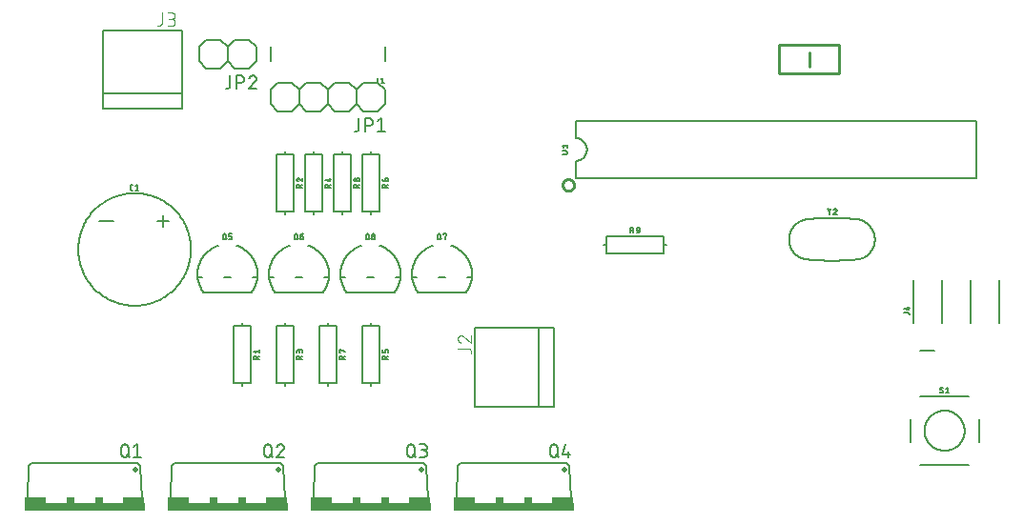
<source format=gbr>
G04 EAGLE Gerber RS-274X export*
G75*
%MOMM*%
%FSLAX34Y34*%
%LPD*%
%INSilkscreen Top*%
%IPPOS*%
%AMOC8*
5,1,8,0,0,1.08239X$1,22.5*%
G01*
%ADD10C,0.203200*%
%ADD11C,0.127000*%
%ADD12C,0.101600*%
%ADD13C,0.152400*%
%ADD14C,0.508000*%
%ADD15R,10.668000X0.762000*%
%ADD16R,1.905000X0.508000*%
%ADD17R,0.762000X0.508000*%
%ADD18C,0.254000*%


D10*
X101650Y296400D02*
X88950Y296400D01*
X140620Y296400D02*
X150780Y296400D01*
X145700Y301480D02*
X145700Y291320D01*
X70700Y271000D02*
X70715Y272227D01*
X70760Y273453D01*
X70835Y274678D01*
X70941Y275901D01*
X71076Y277121D01*
X71241Y278337D01*
X71436Y279548D01*
X71661Y280755D01*
X71915Y281955D01*
X72198Y283149D01*
X72511Y284336D01*
X72853Y285514D01*
X73224Y286684D01*
X73623Y287844D01*
X74050Y288995D01*
X74506Y290134D01*
X74990Y291262D01*
X75501Y292378D01*
X76039Y293481D01*
X76604Y294570D01*
X77196Y295645D01*
X77814Y296705D01*
X78457Y297750D01*
X79127Y298779D01*
X79821Y299790D01*
X80540Y300785D01*
X81283Y301762D01*
X82049Y302720D01*
X82840Y303659D01*
X83652Y304578D01*
X84488Y305477D01*
X85345Y306355D01*
X86223Y307212D01*
X87122Y308048D01*
X88041Y308860D01*
X88980Y309651D01*
X89938Y310417D01*
X90915Y311160D01*
X91910Y311879D01*
X92921Y312573D01*
X93950Y313243D01*
X94995Y313886D01*
X96055Y314504D01*
X97130Y315096D01*
X98219Y315661D01*
X99322Y316199D01*
X100438Y316710D01*
X101566Y317194D01*
X102705Y317650D01*
X103856Y318077D01*
X105016Y318476D01*
X106186Y318847D01*
X107364Y319189D01*
X108551Y319502D01*
X109745Y319785D01*
X110945Y320039D01*
X112152Y320264D01*
X113363Y320459D01*
X114579Y320624D01*
X115799Y320759D01*
X117022Y320865D01*
X118247Y320940D01*
X119473Y320985D01*
X120700Y321000D01*
X121927Y320985D01*
X123153Y320940D01*
X124378Y320865D01*
X125601Y320759D01*
X126821Y320624D01*
X128037Y320459D01*
X129248Y320264D01*
X130455Y320039D01*
X131655Y319785D01*
X132849Y319502D01*
X134036Y319189D01*
X135214Y318847D01*
X136384Y318476D01*
X137544Y318077D01*
X138695Y317650D01*
X139834Y317194D01*
X140962Y316710D01*
X142078Y316199D01*
X143181Y315661D01*
X144270Y315096D01*
X145345Y314504D01*
X146405Y313886D01*
X147450Y313243D01*
X148479Y312573D01*
X149490Y311879D01*
X150485Y311160D01*
X151462Y310417D01*
X152420Y309651D01*
X153359Y308860D01*
X154278Y308048D01*
X155177Y307212D01*
X156055Y306355D01*
X156912Y305477D01*
X157748Y304578D01*
X158560Y303659D01*
X159351Y302720D01*
X160117Y301762D01*
X160860Y300785D01*
X161579Y299790D01*
X162273Y298779D01*
X162943Y297750D01*
X163586Y296705D01*
X164204Y295645D01*
X164796Y294570D01*
X165361Y293481D01*
X165899Y292378D01*
X166410Y291262D01*
X166894Y290134D01*
X167350Y288995D01*
X167777Y287844D01*
X168176Y286684D01*
X168547Y285514D01*
X168889Y284336D01*
X169202Y283149D01*
X169485Y281955D01*
X169739Y280755D01*
X169964Y279548D01*
X170159Y278337D01*
X170324Y277121D01*
X170459Y275901D01*
X170565Y274678D01*
X170640Y273453D01*
X170685Y272227D01*
X170700Y271000D01*
X170685Y269773D01*
X170640Y268547D01*
X170565Y267322D01*
X170459Y266099D01*
X170324Y264879D01*
X170159Y263663D01*
X169964Y262452D01*
X169739Y261245D01*
X169485Y260045D01*
X169202Y258851D01*
X168889Y257664D01*
X168547Y256486D01*
X168176Y255316D01*
X167777Y254156D01*
X167350Y253005D01*
X166894Y251866D01*
X166410Y250738D01*
X165899Y249622D01*
X165361Y248519D01*
X164796Y247430D01*
X164204Y246355D01*
X163586Y245295D01*
X162943Y244250D01*
X162273Y243221D01*
X161579Y242210D01*
X160860Y241215D01*
X160117Y240238D01*
X159351Y239280D01*
X158560Y238341D01*
X157748Y237422D01*
X156912Y236523D01*
X156055Y235645D01*
X155177Y234788D01*
X154278Y233952D01*
X153359Y233140D01*
X152420Y232349D01*
X151462Y231583D01*
X150485Y230840D01*
X149490Y230121D01*
X148479Y229427D01*
X147450Y228757D01*
X146405Y228114D01*
X145345Y227496D01*
X144270Y226904D01*
X143181Y226339D01*
X142078Y225801D01*
X140962Y225290D01*
X139834Y224806D01*
X138695Y224350D01*
X137544Y223923D01*
X136384Y223524D01*
X135214Y223153D01*
X134036Y222811D01*
X132849Y222498D01*
X131655Y222215D01*
X130455Y221961D01*
X129248Y221736D01*
X128037Y221541D01*
X126821Y221376D01*
X125601Y221241D01*
X124378Y221135D01*
X123153Y221060D01*
X121927Y221015D01*
X120700Y221000D01*
X119473Y221015D01*
X118247Y221060D01*
X117022Y221135D01*
X115799Y221241D01*
X114579Y221376D01*
X113363Y221541D01*
X112152Y221736D01*
X110945Y221961D01*
X109745Y222215D01*
X108551Y222498D01*
X107364Y222811D01*
X106186Y223153D01*
X105016Y223524D01*
X103856Y223923D01*
X102705Y224350D01*
X101566Y224806D01*
X100438Y225290D01*
X99322Y225801D01*
X98219Y226339D01*
X97130Y226904D01*
X96055Y227496D01*
X94995Y228114D01*
X93950Y228757D01*
X92921Y229427D01*
X91910Y230121D01*
X90915Y230840D01*
X89938Y231583D01*
X88980Y232349D01*
X88041Y233140D01*
X87122Y233952D01*
X86223Y234788D01*
X85345Y235645D01*
X84488Y236523D01*
X83652Y237422D01*
X82840Y238341D01*
X82049Y239280D01*
X81283Y240238D01*
X80540Y241215D01*
X79821Y242210D01*
X79127Y243221D01*
X78457Y244250D01*
X77814Y245295D01*
X77196Y246355D01*
X76604Y247430D01*
X76039Y248519D01*
X75501Y249622D01*
X74990Y250738D01*
X74506Y251866D01*
X74050Y253005D01*
X73623Y254156D01*
X73224Y255316D01*
X72853Y256486D01*
X72511Y257664D01*
X72198Y258851D01*
X71915Y260045D01*
X71661Y261245D01*
X71436Y262452D01*
X71241Y263663D01*
X71076Y264879D01*
X70941Y266099D01*
X70835Y267322D01*
X70760Y268547D01*
X70715Y269773D01*
X70700Y271000D01*
D11*
X118132Y323705D02*
X119204Y323705D01*
X118132Y323705D02*
X118067Y323707D01*
X118003Y323713D01*
X117939Y323723D01*
X117875Y323736D01*
X117813Y323754D01*
X117752Y323775D01*
X117692Y323799D01*
X117634Y323828D01*
X117577Y323860D01*
X117523Y323895D01*
X117471Y323933D01*
X117421Y323975D01*
X117374Y324019D01*
X117330Y324066D01*
X117288Y324116D01*
X117250Y324168D01*
X117215Y324222D01*
X117183Y324279D01*
X117154Y324337D01*
X117130Y324397D01*
X117109Y324458D01*
X117091Y324520D01*
X117078Y324584D01*
X117068Y324648D01*
X117062Y324712D01*
X117060Y324777D01*
X117059Y324777D02*
X117059Y327459D01*
X117060Y327459D02*
X117062Y327524D01*
X117068Y327588D01*
X117078Y327652D01*
X117091Y327716D01*
X117109Y327778D01*
X117130Y327839D01*
X117154Y327899D01*
X117183Y327957D01*
X117215Y328014D01*
X117250Y328068D01*
X117288Y328120D01*
X117330Y328170D01*
X117374Y328217D01*
X117421Y328261D01*
X117471Y328303D01*
X117523Y328341D01*
X117577Y328376D01*
X117634Y328408D01*
X117692Y328437D01*
X117752Y328461D01*
X117813Y328482D01*
X117875Y328500D01*
X117939Y328513D01*
X118003Y328523D01*
X118067Y328529D01*
X118132Y328531D01*
X119204Y328531D01*
X121660Y327459D02*
X123000Y328531D01*
X123000Y323705D01*
X121660Y323705D02*
X124341Y323705D01*
X423200Y131100D02*
X479200Y131100D01*
X493200Y131100D01*
X493200Y201100D01*
X479200Y201100D01*
X423200Y201100D01*
X423200Y131100D01*
X479200Y131100D02*
X479200Y201100D01*
D12*
X416796Y182828D02*
X407708Y182828D01*
X416796Y182827D02*
X416895Y182825D01*
X416995Y182819D01*
X417094Y182810D01*
X417192Y182797D01*
X417290Y182780D01*
X417388Y182759D01*
X417484Y182734D01*
X417579Y182706D01*
X417673Y182674D01*
X417766Y182639D01*
X417858Y182600D01*
X417948Y182557D01*
X418036Y182512D01*
X418123Y182462D01*
X418207Y182410D01*
X418290Y182354D01*
X418370Y182296D01*
X418448Y182234D01*
X418523Y182169D01*
X418596Y182101D01*
X418666Y182031D01*
X418734Y181958D01*
X418799Y181883D01*
X418861Y181805D01*
X418919Y181725D01*
X418975Y181642D01*
X419027Y181558D01*
X419077Y181471D01*
X419122Y181383D01*
X419165Y181293D01*
X419204Y181201D01*
X419239Y181108D01*
X419271Y181014D01*
X419299Y180919D01*
X419324Y180823D01*
X419345Y180725D01*
X419362Y180627D01*
X419375Y180529D01*
X419384Y180430D01*
X419390Y180330D01*
X419392Y180231D01*
X419392Y178933D01*
X407708Y191671D02*
X407710Y191778D01*
X407716Y191884D01*
X407726Y191990D01*
X407739Y192096D01*
X407757Y192202D01*
X407778Y192306D01*
X407803Y192410D01*
X407832Y192513D01*
X407864Y192614D01*
X407901Y192714D01*
X407941Y192813D01*
X407984Y192911D01*
X408031Y193007D01*
X408082Y193101D01*
X408136Y193193D01*
X408193Y193283D01*
X408253Y193371D01*
X408317Y193456D01*
X408384Y193539D01*
X408454Y193620D01*
X408526Y193698D01*
X408602Y193774D01*
X408680Y193846D01*
X408761Y193916D01*
X408844Y193983D01*
X408929Y194047D01*
X409017Y194107D01*
X409107Y194164D01*
X409199Y194218D01*
X409293Y194269D01*
X409389Y194316D01*
X409487Y194359D01*
X409586Y194399D01*
X409686Y194436D01*
X409787Y194468D01*
X409890Y194497D01*
X409994Y194522D01*
X410098Y194543D01*
X410204Y194561D01*
X410310Y194574D01*
X410416Y194584D01*
X410522Y194590D01*
X410629Y194592D01*
X407708Y191671D02*
X407710Y191550D01*
X407716Y191429D01*
X407726Y191309D01*
X407739Y191188D01*
X407757Y191069D01*
X407778Y190949D01*
X407803Y190831D01*
X407832Y190714D01*
X407865Y190597D01*
X407901Y190482D01*
X407942Y190368D01*
X407985Y190255D01*
X408033Y190143D01*
X408084Y190034D01*
X408139Y189926D01*
X408197Y189819D01*
X408258Y189715D01*
X408323Y189613D01*
X408391Y189513D01*
X408462Y189415D01*
X408536Y189319D01*
X408613Y189226D01*
X408694Y189136D01*
X408777Y189048D01*
X408863Y188963D01*
X408952Y188880D01*
X409043Y188801D01*
X409137Y188724D01*
X409233Y188651D01*
X409331Y188581D01*
X409432Y188514D01*
X409535Y188450D01*
X409640Y188390D01*
X409747Y188332D01*
X409855Y188279D01*
X409965Y188229D01*
X410077Y188183D01*
X410190Y188140D01*
X410305Y188101D01*
X412901Y193618D02*
X412823Y193697D01*
X412743Y193773D01*
X412660Y193846D01*
X412574Y193916D01*
X412487Y193983D01*
X412396Y194047D01*
X412304Y194107D01*
X412210Y194165D01*
X412113Y194219D01*
X412015Y194269D01*
X411915Y194316D01*
X411814Y194360D01*
X411711Y194400D01*
X411606Y194436D01*
X411501Y194468D01*
X411394Y194497D01*
X411287Y194522D01*
X411178Y194544D01*
X411069Y194561D01*
X410960Y194575D01*
X410850Y194584D01*
X410739Y194590D01*
X410629Y194592D01*
X412901Y193618D02*
X419392Y188101D01*
X419392Y194592D01*
D11*
X93000Y409800D02*
X93000Y465800D01*
X93000Y409800D02*
X93000Y395800D01*
X163000Y395800D01*
X163000Y409800D01*
X163000Y465800D01*
X93000Y465800D01*
X93000Y409800D02*
X163000Y409800D01*
D12*
X144728Y472204D02*
X144728Y481292D01*
X144727Y472204D02*
X144725Y472105D01*
X144719Y472005D01*
X144710Y471906D01*
X144697Y471808D01*
X144680Y471710D01*
X144659Y471612D01*
X144634Y471516D01*
X144606Y471421D01*
X144574Y471327D01*
X144539Y471234D01*
X144500Y471142D01*
X144457Y471052D01*
X144412Y470964D01*
X144362Y470877D01*
X144310Y470793D01*
X144254Y470710D01*
X144196Y470630D01*
X144134Y470552D01*
X144069Y470477D01*
X144001Y470404D01*
X143931Y470334D01*
X143858Y470266D01*
X143783Y470201D01*
X143705Y470139D01*
X143625Y470081D01*
X143542Y470025D01*
X143458Y469973D01*
X143371Y469923D01*
X143283Y469878D01*
X143193Y469835D01*
X143101Y469796D01*
X143008Y469761D01*
X142914Y469729D01*
X142819Y469701D01*
X142723Y469676D01*
X142625Y469655D01*
X142527Y469638D01*
X142429Y469625D01*
X142330Y469616D01*
X142230Y469610D01*
X142131Y469608D01*
X140833Y469608D01*
X150001Y469608D02*
X153246Y469608D01*
X153359Y469610D01*
X153472Y469616D01*
X153585Y469626D01*
X153698Y469640D01*
X153810Y469657D01*
X153921Y469679D01*
X154031Y469704D01*
X154141Y469734D01*
X154249Y469767D01*
X154356Y469804D01*
X154462Y469844D01*
X154566Y469889D01*
X154669Y469937D01*
X154770Y469988D01*
X154869Y470043D01*
X154966Y470101D01*
X155061Y470163D01*
X155154Y470228D01*
X155244Y470296D01*
X155332Y470367D01*
X155418Y470442D01*
X155501Y470519D01*
X155581Y470599D01*
X155658Y470682D01*
X155733Y470768D01*
X155804Y470856D01*
X155872Y470946D01*
X155937Y471039D01*
X155999Y471134D01*
X156057Y471231D01*
X156112Y471330D01*
X156163Y471431D01*
X156211Y471534D01*
X156256Y471638D01*
X156296Y471744D01*
X156333Y471851D01*
X156366Y471959D01*
X156396Y472069D01*
X156421Y472179D01*
X156443Y472290D01*
X156460Y472402D01*
X156474Y472515D01*
X156484Y472628D01*
X156490Y472741D01*
X156492Y472854D01*
X156490Y472967D01*
X156484Y473080D01*
X156474Y473193D01*
X156460Y473306D01*
X156443Y473418D01*
X156421Y473529D01*
X156396Y473639D01*
X156366Y473749D01*
X156333Y473857D01*
X156296Y473964D01*
X156256Y474070D01*
X156211Y474174D01*
X156163Y474277D01*
X156112Y474378D01*
X156057Y474477D01*
X155999Y474574D01*
X155937Y474669D01*
X155872Y474762D01*
X155804Y474852D01*
X155733Y474940D01*
X155658Y475026D01*
X155581Y475109D01*
X155501Y475189D01*
X155418Y475266D01*
X155332Y475341D01*
X155244Y475412D01*
X155154Y475480D01*
X155061Y475545D01*
X154966Y475607D01*
X154869Y475665D01*
X154770Y475720D01*
X154669Y475771D01*
X154566Y475819D01*
X154462Y475864D01*
X154356Y475904D01*
X154249Y475941D01*
X154141Y475974D01*
X154031Y476004D01*
X153921Y476029D01*
X153810Y476051D01*
X153698Y476068D01*
X153585Y476082D01*
X153472Y476092D01*
X153359Y476098D01*
X153246Y476100D01*
X153896Y481292D02*
X150001Y481292D01*
X153896Y481292D02*
X153997Y481290D01*
X154097Y481284D01*
X154197Y481274D01*
X154297Y481261D01*
X154396Y481243D01*
X154495Y481222D01*
X154592Y481197D01*
X154689Y481168D01*
X154784Y481135D01*
X154878Y481099D01*
X154970Y481059D01*
X155061Y481016D01*
X155150Y480969D01*
X155237Y480919D01*
X155323Y480865D01*
X155406Y480808D01*
X155486Y480748D01*
X155565Y480685D01*
X155641Y480618D01*
X155714Y480549D01*
X155784Y480477D01*
X155852Y480403D01*
X155917Y480326D01*
X155978Y480246D01*
X156037Y480164D01*
X156092Y480080D01*
X156144Y479994D01*
X156193Y479906D01*
X156238Y479816D01*
X156280Y479724D01*
X156318Y479631D01*
X156352Y479536D01*
X156383Y479441D01*
X156410Y479344D01*
X156433Y479246D01*
X156453Y479147D01*
X156468Y479047D01*
X156480Y478947D01*
X156488Y478847D01*
X156492Y478746D01*
X156492Y478646D01*
X156488Y478545D01*
X156480Y478445D01*
X156468Y478345D01*
X156453Y478245D01*
X156433Y478146D01*
X156410Y478048D01*
X156383Y477951D01*
X156352Y477856D01*
X156318Y477761D01*
X156280Y477668D01*
X156238Y477576D01*
X156193Y477486D01*
X156144Y477398D01*
X156092Y477312D01*
X156037Y477228D01*
X155978Y477146D01*
X155917Y477066D01*
X155852Y476989D01*
X155784Y476915D01*
X155714Y476843D01*
X155641Y476774D01*
X155565Y476707D01*
X155486Y476644D01*
X155406Y476584D01*
X155323Y476527D01*
X155237Y476473D01*
X155150Y476423D01*
X155061Y476376D01*
X154970Y476333D01*
X154878Y476293D01*
X154784Y476257D01*
X154689Y476224D01*
X154592Y476195D01*
X154495Y476170D01*
X154396Y476149D01*
X154297Y476131D01*
X154197Y476118D01*
X154097Y476108D01*
X153997Y476102D01*
X153896Y476100D01*
X153896Y476099D02*
X151299Y476099D01*
D13*
X29210Y81280D02*
X26670Y78740D01*
X29210Y81280D02*
X123190Y81280D01*
X125730Y78740D01*
X26670Y78740D02*
X25400Y49530D01*
X127000Y49530D02*
X125730Y78740D01*
D14*
X121158Y75184D03*
D15*
X76200Y41910D03*
D16*
X120015Y48260D03*
D17*
X88900Y48260D03*
X63500Y48260D03*
D16*
X32385Y48260D03*
D11*
X108954Y89662D02*
X108954Y94742D01*
X108956Y94853D01*
X108962Y94963D01*
X108971Y95074D01*
X108985Y95184D01*
X109002Y95293D01*
X109023Y95402D01*
X109048Y95510D01*
X109077Y95617D01*
X109109Y95723D01*
X109145Y95828D01*
X109185Y95931D01*
X109228Y96033D01*
X109275Y96134D01*
X109326Y96233D01*
X109379Y96329D01*
X109436Y96424D01*
X109497Y96517D01*
X109560Y96608D01*
X109627Y96697D01*
X109697Y96783D01*
X109770Y96866D01*
X109845Y96948D01*
X109923Y97026D01*
X110005Y97101D01*
X110088Y97174D01*
X110174Y97244D01*
X110263Y97311D01*
X110354Y97374D01*
X110447Y97435D01*
X110542Y97492D01*
X110638Y97545D01*
X110737Y97596D01*
X110838Y97643D01*
X110940Y97686D01*
X111043Y97726D01*
X111148Y97762D01*
X111254Y97794D01*
X111361Y97823D01*
X111469Y97848D01*
X111578Y97869D01*
X111687Y97886D01*
X111797Y97900D01*
X111908Y97909D01*
X112018Y97915D01*
X112129Y97917D01*
X112240Y97915D01*
X112350Y97909D01*
X112461Y97900D01*
X112571Y97886D01*
X112680Y97869D01*
X112789Y97848D01*
X112897Y97823D01*
X113004Y97794D01*
X113110Y97762D01*
X113215Y97726D01*
X113318Y97686D01*
X113420Y97643D01*
X113521Y97596D01*
X113620Y97545D01*
X113717Y97492D01*
X113811Y97435D01*
X113904Y97374D01*
X113995Y97311D01*
X114084Y97244D01*
X114170Y97174D01*
X114253Y97101D01*
X114335Y97026D01*
X114413Y96948D01*
X114488Y96866D01*
X114561Y96783D01*
X114631Y96697D01*
X114698Y96608D01*
X114761Y96517D01*
X114822Y96424D01*
X114879Y96330D01*
X114932Y96233D01*
X114983Y96134D01*
X115030Y96033D01*
X115073Y95931D01*
X115113Y95828D01*
X115149Y95723D01*
X115181Y95617D01*
X115210Y95510D01*
X115235Y95402D01*
X115256Y95293D01*
X115273Y95184D01*
X115287Y95074D01*
X115296Y94963D01*
X115302Y94853D01*
X115304Y94742D01*
X115304Y89662D01*
X115302Y89551D01*
X115296Y89441D01*
X115287Y89330D01*
X115273Y89220D01*
X115256Y89111D01*
X115235Y89002D01*
X115210Y88894D01*
X115181Y88787D01*
X115149Y88681D01*
X115113Y88576D01*
X115073Y88473D01*
X115030Y88371D01*
X114983Y88270D01*
X114932Y88171D01*
X114879Y88074D01*
X114822Y87980D01*
X114761Y87887D01*
X114698Y87796D01*
X114631Y87707D01*
X114561Y87621D01*
X114488Y87538D01*
X114413Y87456D01*
X114335Y87378D01*
X114253Y87303D01*
X114170Y87230D01*
X114084Y87160D01*
X113995Y87093D01*
X113904Y87030D01*
X113811Y86969D01*
X113716Y86912D01*
X113620Y86859D01*
X113521Y86808D01*
X113420Y86761D01*
X113318Y86718D01*
X113215Y86678D01*
X113110Y86642D01*
X113004Y86610D01*
X112897Y86581D01*
X112789Y86556D01*
X112680Y86535D01*
X112571Y86518D01*
X112461Y86504D01*
X112350Y86495D01*
X112240Y86489D01*
X112129Y86487D01*
X112018Y86489D01*
X111908Y86495D01*
X111797Y86504D01*
X111687Y86518D01*
X111578Y86535D01*
X111469Y86556D01*
X111361Y86581D01*
X111254Y86610D01*
X111148Y86642D01*
X111043Y86678D01*
X110940Y86718D01*
X110838Y86761D01*
X110737Y86808D01*
X110638Y86859D01*
X110542Y86912D01*
X110447Y86969D01*
X110354Y87030D01*
X110263Y87093D01*
X110174Y87160D01*
X110088Y87230D01*
X110005Y87303D01*
X109923Y87378D01*
X109845Y87456D01*
X109770Y87538D01*
X109697Y87621D01*
X109627Y87707D01*
X109560Y87796D01*
X109497Y87887D01*
X109436Y87980D01*
X109379Y88075D01*
X109326Y88171D01*
X109275Y88270D01*
X109228Y88371D01*
X109185Y88473D01*
X109145Y88576D01*
X109109Y88681D01*
X109077Y88787D01*
X109048Y88894D01*
X109023Y89002D01*
X109002Y89111D01*
X108985Y89220D01*
X108971Y89330D01*
X108962Y89441D01*
X108956Y89551D01*
X108954Y89662D01*
X114034Y89027D02*
X116574Y86487D01*
X120015Y95377D02*
X123190Y97917D01*
X123190Y86487D01*
X120015Y86487D02*
X126365Y86487D01*
D13*
X153670Y78740D02*
X156210Y81280D01*
X250190Y81280D01*
X252730Y78740D01*
X153670Y78740D02*
X152400Y49530D01*
X254000Y49530D02*
X252730Y78740D01*
D14*
X248158Y75184D03*
D15*
X203200Y41910D03*
D16*
X247015Y48260D03*
D17*
X215900Y48260D03*
X190500Y48260D03*
D16*
X159385Y48260D03*
D11*
X235954Y89662D02*
X235954Y94742D01*
X235956Y94853D01*
X235962Y94963D01*
X235971Y95074D01*
X235985Y95184D01*
X236002Y95293D01*
X236023Y95402D01*
X236048Y95510D01*
X236077Y95617D01*
X236109Y95723D01*
X236145Y95828D01*
X236185Y95931D01*
X236228Y96033D01*
X236275Y96134D01*
X236326Y96233D01*
X236379Y96329D01*
X236436Y96424D01*
X236497Y96517D01*
X236560Y96608D01*
X236627Y96697D01*
X236697Y96783D01*
X236770Y96866D01*
X236845Y96948D01*
X236923Y97026D01*
X237005Y97101D01*
X237088Y97174D01*
X237174Y97244D01*
X237263Y97311D01*
X237354Y97374D01*
X237447Y97435D01*
X237542Y97492D01*
X237638Y97545D01*
X237737Y97596D01*
X237838Y97643D01*
X237940Y97686D01*
X238043Y97726D01*
X238148Y97762D01*
X238254Y97794D01*
X238361Y97823D01*
X238469Y97848D01*
X238578Y97869D01*
X238687Y97886D01*
X238797Y97900D01*
X238908Y97909D01*
X239018Y97915D01*
X239129Y97917D01*
X239240Y97915D01*
X239350Y97909D01*
X239461Y97900D01*
X239571Y97886D01*
X239680Y97869D01*
X239789Y97848D01*
X239897Y97823D01*
X240004Y97794D01*
X240110Y97762D01*
X240215Y97726D01*
X240318Y97686D01*
X240420Y97643D01*
X240521Y97596D01*
X240620Y97545D01*
X240717Y97492D01*
X240811Y97435D01*
X240904Y97374D01*
X240995Y97311D01*
X241084Y97244D01*
X241170Y97174D01*
X241253Y97101D01*
X241335Y97026D01*
X241413Y96948D01*
X241488Y96866D01*
X241561Y96783D01*
X241631Y96697D01*
X241698Y96608D01*
X241761Y96517D01*
X241822Y96424D01*
X241879Y96330D01*
X241932Y96233D01*
X241983Y96134D01*
X242030Y96033D01*
X242073Y95931D01*
X242113Y95828D01*
X242149Y95723D01*
X242181Y95617D01*
X242210Y95510D01*
X242235Y95402D01*
X242256Y95293D01*
X242273Y95184D01*
X242287Y95074D01*
X242296Y94963D01*
X242302Y94853D01*
X242304Y94742D01*
X242304Y89662D01*
X242302Y89551D01*
X242296Y89441D01*
X242287Y89330D01*
X242273Y89220D01*
X242256Y89111D01*
X242235Y89002D01*
X242210Y88894D01*
X242181Y88787D01*
X242149Y88681D01*
X242113Y88576D01*
X242073Y88473D01*
X242030Y88371D01*
X241983Y88270D01*
X241932Y88171D01*
X241879Y88074D01*
X241822Y87980D01*
X241761Y87887D01*
X241698Y87796D01*
X241631Y87707D01*
X241561Y87621D01*
X241488Y87538D01*
X241413Y87456D01*
X241335Y87378D01*
X241253Y87303D01*
X241170Y87230D01*
X241084Y87160D01*
X240995Y87093D01*
X240904Y87030D01*
X240811Y86969D01*
X240716Y86912D01*
X240620Y86859D01*
X240521Y86808D01*
X240420Y86761D01*
X240318Y86718D01*
X240215Y86678D01*
X240110Y86642D01*
X240004Y86610D01*
X239897Y86581D01*
X239789Y86556D01*
X239680Y86535D01*
X239571Y86518D01*
X239461Y86504D01*
X239350Y86495D01*
X239240Y86489D01*
X239129Y86487D01*
X239018Y86489D01*
X238908Y86495D01*
X238797Y86504D01*
X238687Y86518D01*
X238578Y86535D01*
X238469Y86556D01*
X238361Y86581D01*
X238254Y86610D01*
X238148Y86642D01*
X238043Y86678D01*
X237940Y86718D01*
X237838Y86761D01*
X237737Y86808D01*
X237638Y86859D01*
X237542Y86912D01*
X237447Y86969D01*
X237354Y87030D01*
X237263Y87093D01*
X237174Y87160D01*
X237088Y87230D01*
X237005Y87303D01*
X236923Y87378D01*
X236845Y87456D01*
X236770Y87538D01*
X236697Y87621D01*
X236627Y87707D01*
X236560Y87796D01*
X236497Y87887D01*
X236436Y87980D01*
X236379Y88075D01*
X236326Y88171D01*
X236275Y88270D01*
X236228Y88371D01*
X236185Y88473D01*
X236145Y88576D01*
X236109Y88681D01*
X236077Y88787D01*
X236048Y88894D01*
X236023Y89002D01*
X236002Y89111D01*
X235985Y89220D01*
X235971Y89330D01*
X235962Y89441D01*
X235956Y89551D01*
X235954Y89662D01*
X241034Y89027D02*
X243574Y86487D01*
X253366Y95060D02*
X253364Y95164D01*
X253358Y95269D01*
X253349Y95373D01*
X253336Y95476D01*
X253318Y95579D01*
X253298Y95681D01*
X253273Y95783D01*
X253245Y95883D01*
X253213Y95983D01*
X253177Y96081D01*
X253138Y96178D01*
X253096Y96273D01*
X253050Y96367D01*
X253000Y96459D01*
X252948Y96549D01*
X252892Y96637D01*
X252832Y96723D01*
X252770Y96807D01*
X252705Y96888D01*
X252637Y96967D01*
X252565Y97044D01*
X252492Y97117D01*
X252415Y97189D01*
X252336Y97257D01*
X252255Y97322D01*
X252171Y97384D01*
X252085Y97444D01*
X251997Y97500D01*
X251907Y97552D01*
X251815Y97602D01*
X251721Y97648D01*
X251626Y97690D01*
X251529Y97729D01*
X251431Y97765D01*
X251331Y97797D01*
X251231Y97825D01*
X251129Y97850D01*
X251027Y97870D01*
X250924Y97888D01*
X250821Y97901D01*
X250717Y97910D01*
X250612Y97916D01*
X250508Y97918D01*
X250508Y97917D02*
X250390Y97915D01*
X250271Y97909D01*
X250153Y97900D01*
X250036Y97887D01*
X249919Y97869D01*
X249802Y97849D01*
X249686Y97824D01*
X249571Y97796D01*
X249458Y97763D01*
X249345Y97728D01*
X249233Y97688D01*
X249123Y97646D01*
X249014Y97599D01*
X248906Y97549D01*
X248801Y97496D01*
X248697Y97439D01*
X248595Y97379D01*
X248495Y97316D01*
X248397Y97249D01*
X248301Y97180D01*
X248208Y97107D01*
X248117Y97031D01*
X248028Y96953D01*
X247942Y96871D01*
X247859Y96787D01*
X247778Y96701D01*
X247701Y96611D01*
X247626Y96520D01*
X247554Y96426D01*
X247485Y96329D01*
X247420Y96231D01*
X247357Y96130D01*
X247298Y96027D01*
X247242Y95923D01*
X247190Y95817D01*
X247141Y95709D01*
X247096Y95600D01*
X247054Y95489D01*
X247016Y95377D01*
X252413Y92838D02*
X252489Y92913D01*
X252564Y92992D01*
X252635Y93073D01*
X252704Y93157D01*
X252769Y93243D01*
X252831Y93331D01*
X252891Y93421D01*
X252947Y93513D01*
X253000Y93608D01*
X253049Y93704D01*
X253095Y93802D01*
X253138Y93901D01*
X253177Y94002D01*
X253212Y94104D01*
X253244Y94207D01*
X253272Y94311D01*
X253297Y94416D01*
X253318Y94523D01*
X253335Y94629D01*
X253348Y94736D01*
X253357Y94844D01*
X253363Y94952D01*
X253365Y95060D01*
X252413Y92837D02*
X247015Y86487D01*
X253365Y86487D01*
D13*
X407670Y78740D02*
X410210Y81280D01*
X504190Y81280D01*
X506730Y78740D01*
X407670Y78740D02*
X406400Y49530D01*
X508000Y49530D02*
X506730Y78740D01*
D14*
X502158Y75184D03*
D15*
X457200Y41910D03*
D16*
X501015Y48260D03*
D17*
X469900Y48260D03*
X444500Y48260D03*
D16*
X413385Y48260D03*
D11*
X489954Y89662D02*
X489954Y94742D01*
X489956Y94853D01*
X489962Y94963D01*
X489971Y95074D01*
X489985Y95184D01*
X490002Y95293D01*
X490023Y95402D01*
X490048Y95510D01*
X490077Y95617D01*
X490109Y95723D01*
X490145Y95828D01*
X490185Y95931D01*
X490228Y96033D01*
X490275Y96134D01*
X490326Y96233D01*
X490379Y96329D01*
X490436Y96424D01*
X490497Y96517D01*
X490560Y96608D01*
X490627Y96697D01*
X490697Y96783D01*
X490770Y96866D01*
X490845Y96948D01*
X490923Y97026D01*
X491005Y97101D01*
X491088Y97174D01*
X491174Y97244D01*
X491263Y97311D01*
X491354Y97374D01*
X491447Y97435D01*
X491542Y97492D01*
X491638Y97545D01*
X491737Y97596D01*
X491838Y97643D01*
X491940Y97686D01*
X492043Y97726D01*
X492148Y97762D01*
X492254Y97794D01*
X492361Y97823D01*
X492469Y97848D01*
X492578Y97869D01*
X492687Y97886D01*
X492797Y97900D01*
X492908Y97909D01*
X493018Y97915D01*
X493129Y97917D01*
X493240Y97915D01*
X493350Y97909D01*
X493461Y97900D01*
X493571Y97886D01*
X493680Y97869D01*
X493789Y97848D01*
X493897Y97823D01*
X494004Y97794D01*
X494110Y97762D01*
X494215Y97726D01*
X494318Y97686D01*
X494420Y97643D01*
X494521Y97596D01*
X494620Y97545D01*
X494717Y97492D01*
X494811Y97435D01*
X494904Y97374D01*
X494995Y97311D01*
X495084Y97244D01*
X495170Y97174D01*
X495253Y97101D01*
X495335Y97026D01*
X495413Y96948D01*
X495488Y96866D01*
X495561Y96783D01*
X495631Y96697D01*
X495698Y96608D01*
X495761Y96517D01*
X495822Y96424D01*
X495879Y96330D01*
X495932Y96233D01*
X495983Y96134D01*
X496030Y96033D01*
X496073Y95931D01*
X496113Y95828D01*
X496149Y95723D01*
X496181Y95617D01*
X496210Y95510D01*
X496235Y95402D01*
X496256Y95293D01*
X496273Y95184D01*
X496287Y95074D01*
X496296Y94963D01*
X496302Y94853D01*
X496304Y94742D01*
X496304Y89662D01*
X496302Y89551D01*
X496296Y89441D01*
X496287Y89330D01*
X496273Y89220D01*
X496256Y89111D01*
X496235Y89002D01*
X496210Y88894D01*
X496181Y88787D01*
X496149Y88681D01*
X496113Y88576D01*
X496073Y88473D01*
X496030Y88371D01*
X495983Y88270D01*
X495932Y88171D01*
X495879Y88074D01*
X495822Y87980D01*
X495761Y87887D01*
X495698Y87796D01*
X495631Y87707D01*
X495561Y87621D01*
X495488Y87538D01*
X495413Y87456D01*
X495335Y87378D01*
X495253Y87303D01*
X495170Y87230D01*
X495084Y87160D01*
X494995Y87093D01*
X494904Y87030D01*
X494811Y86969D01*
X494716Y86912D01*
X494620Y86859D01*
X494521Y86808D01*
X494420Y86761D01*
X494318Y86718D01*
X494215Y86678D01*
X494110Y86642D01*
X494004Y86610D01*
X493897Y86581D01*
X493789Y86556D01*
X493680Y86535D01*
X493571Y86518D01*
X493461Y86504D01*
X493350Y86495D01*
X493240Y86489D01*
X493129Y86487D01*
X493018Y86489D01*
X492908Y86495D01*
X492797Y86504D01*
X492687Y86518D01*
X492578Y86535D01*
X492469Y86556D01*
X492361Y86581D01*
X492254Y86610D01*
X492148Y86642D01*
X492043Y86678D01*
X491940Y86718D01*
X491838Y86761D01*
X491737Y86808D01*
X491638Y86859D01*
X491542Y86912D01*
X491447Y86969D01*
X491354Y87030D01*
X491263Y87093D01*
X491174Y87160D01*
X491088Y87230D01*
X491005Y87303D01*
X490923Y87378D01*
X490845Y87456D01*
X490770Y87538D01*
X490697Y87621D01*
X490627Y87707D01*
X490560Y87796D01*
X490497Y87887D01*
X490436Y87980D01*
X490379Y88075D01*
X490326Y88171D01*
X490275Y88270D01*
X490228Y88371D01*
X490185Y88473D01*
X490145Y88576D01*
X490109Y88681D01*
X490077Y88787D01*
X490048Y88894D01*
X490023Y89002D01*
X490002Y89111D01*
X489985Y89220D01*
X489971Y89330D01*
X489962Y89441D01*
X489956Y89551D01*
X489954Y89662D01*
X495034Y89027D02*
X497574Y86487D01*
X501015Y89027D02*
X503555Y97917D01*
X501015Y89027D02*
X507365Y89027D01*
X505460Y91567D02*
X505460Y86487D01*
D13*
X283210Y81280D02*
X280670Y78740D01*
X283210Y81280D02*
X377190Y81280D01*
X379730Y78740D01*
X280670Y78740D02*
X279400Y49530D01*
X381000Y49530D02*
X379730Y78740D01*
D14*
X375158Y75184D03*
D15*
X330200Y41910D03*
D16*
X374015Y48260D03*
D17*
X342900Y48260D03*
X317500Y48260D03*
D16*
X286385Y48260D03*
D11*
X362954Y89662D02*
X362954Y94742D01*
X362956Y94853D01*
X362962Y94963D01*
X362971Y95074D01*
X362985Y95184D01*
X363002Y95293D01*
X363023Y95402D01*
X363048Y95510D01*
X363077Y95617D01*
X363109Y95723D01*
X363145Y95828D01*
X363185Y95931D01*
X363228Y96033D01*
X363275Y96134D01*
X363326Y96233D01*
X363379Y96329D01*
X363436Y96424D01*
X363497Y96517D01*
X363560Y96608D01*
X363627Y96697D01*
X363697Y96783D01*
X363770Y96866D01*
X363845Y96948D01*
X363923Y97026D01*
X364005Y97101D01*
X364088Y97174D01*
X364174Y97244D01*
X364263Y97311D01*
X364354Y97374D01*
X364447Y97435D01*
X364542Y97492D01*
X364638Y97545D01*
X364737Y97596D01*
X364838Y97643D01*
X364940Y97686D01*
X365043Y97726D01*
X365148Y97762D01*
X365254Y97794D01*
X365361Y97823D01*
X365469Y97848D01*
X365578Y97869D01*
X365687Y97886D01*
X365797Y97900D01*
X365908Y97909D01*
X366018Y97915D01*
X366129Y97917D01*
X366240Y97915D01*
X366350Y97909D01*
X366461Y97900D01*
X366571Y97886D01*
X366680Y97869D01*
X366789Y97848D01*
X366897Y97823D01*
X367004Y97794D01*
X367110Y97762D01*
X367215Y97726D01*
X367318Y97686D01*
X367420Y97643D01*
X367521Y97596D01*
X367620Y97545D01*
X367717Y97492D01*
X367811Y97435D01*
X367904Y97374D01*
X367995Y97311D01*
X368084Y97244D01*
X368170Y97174D01*
X368253Y97101D01*
X368335Y97026D01*
X368413Y96948D01*
X368488Y96866D01*
X368561Y96783D01*
X368631Y96697D01*
X368698Y96608D01*
X368761Y96517D01*
X368822Y96424D01*
X368879Y96330D01*
X368932Y96233D01*
X368983Y96134D01*
X369030Y96033D01*
X369073Y95931D01*
X369113Y95828D01*
X369149Y95723D01*
X369181Y95617D01*
X369210Y95510D01*
X369235Y95402D01*
X369256Y95293D01*
X369273Y95184D01*
X369287Y95074D01*
X369296Y94963D01*
X369302Y94853D01*
X369304Y94742D01*
X369304Y89662D01*
X369302Y89551D01*
X369296Y89441D01*
X369287Y89330D01*
X369273Y89220D01*
X369256Y89111D01*
X369235Y89002D01*
X369210Y88894D01*
X369181Y88787D01*
X369149Y88681D01*
X369113Y88576D01*
X369073Y88473D01*
X369030Y88371D01*
X368983Y88270D01*
X368932Y88171D01*
X368879Y88074D01*
X368822Y87980D01*
X368761Y87887D01*
X368698Y87796D01*
X368631Y87707D01*
X368561Y87621D01*
X368488Y87538D01*
X368413Y87456D01*
X368335Y87378D01*
X368253Y87303D01*
X368170Y87230D01*
X368084Y87160D01*
X367995Y87093D01*
X367904Y87030D01*
X367811Y86969D01*
X367716Y86912D01*
X367620Y86859D01*
X367521Y86808D01*
X367420Y86761D01*
X367318Y86718D01*
X367215Y86678D01*
X367110Y86642D01*
X367004Y86610D01*
X366897Y86581D01*
X366789Y86556D01*
X366680Y86535D01*
X366571Y86518D01*
X366461Y86504D01*
X366350Y86495D01*
X366240Y86489D01*
X366129Y86487D01*
X366018Y86489D01*
X365908Y86495D01*
X365797Y86504D01*
X365687Y86518D01*
X365578Y86535D01*
X365469Y86556D01*
X365361Y86581D01*
X365254Y86610D01*
X365148Y86642D01*
X365043Y86678D01*
X364940Y86718D01*
X364838Y86761D01*
X364737Y86808D01*
X364638Y86859D01*
X364542Y86912D01*
X364447Y86969D01*
X364354Y87030D01*
X364263Y87093D01*
X364174Y87160D01*
X364088Y87230D01*
X364005Y87303D01*
X363923Y87378D01*
X363845Y87456D01*
X363770Y87538D01*
X363697Y87621D01*
X363627Y87707D01*
X363560Y87796D01*
X363497Y87887D01*
X363436Y87980D01*
X363379Y88075D01*
X363326Y88171D01*
X363275Y88270D01*
X363228Y88371D01*
X363185Y88473D01*
X363145Y88576D01*
X363109Y88681D01*
X363077Y88787D01*
X363048Y88894D01*
X363023Y89002D01*
X363002Y89111D01*
X362985Y89220D01*
X362971Y89330D01*
X362962Y89441D01*
X362956Y89551D01*
X362954Y89662D01*
X368034Y89027D02*
X370574Y86487D01*
X374015Y86487D02*
X377190Y86487D01*
X377301Y86489D01*
X377411Y86495D01*
X377522Y86504D01*
X377632Y86518D01*
X377741Y86535D01*
X377850Y86556D01*
X377958Y86581D01*
X378065Y86610D01*
X378171Y86642D01*
X378276Y86678D01*
X378379Y86718D01*
X378481Y86761D01*
X378582Y86808D01*
X378681Y86859D01*
X378778Y86912D01*
X378872Y86969D01*
X378965Y87030D01*
X379056Y87093D01*
X379145Y87160D01*
X379231Y87230D01*
X379314Y87303D01*
X379396Y87378D01*
X379474Y87456D01*
X379549Y87538D01*
X379622Y87621D01*
X379692Y87707D01*
X379759Y87796D01*
X379822Y87887D01*
X379883Y87980D01*
X379940Y88074D01*
X379993Y88171D01*
X380044Y88270D01*
X380091Y88371D01*
X380134Y88473D01*
X380174Y88576D01*
X380210Y88681D01*
X380242Y88787D01*
X380271Y88894D01*
X380296Y89002D01*
X380317Y89111D01*
X380334Y89220D01*
X380348Y89330D01*
X380357Y89441D01*
X380363Y89551D01*
X380365Y89662D01*
X380363Y89773D01*
X380357Y89883D01*
X380348Y89994D01*
X380334Y90104D01*
X380317Y90213D01*
X380296Y90322D01*
X380271Y90430D01*
X380242Y90537D01*
X380210Y90643D01*
X380174Y90748D01*
X380134Y90851D01*
X380091Y90953D01*
X380044Y91054D01*
X379993Y91153D01*
X379940Y91249D01*
X379883Y91344D01*
X379822Y91437D01*
X379759Y91528D01*
X379692Y91617D01*
X379622Y91703D01*
X379549Y91786D01*
X379474Y91868D01*
X379396Y91946D01*
X379314Y92021D01*
X379231Y92094D01*
X379145Y92164D01*
X379056Y92231D01*
X378965Y92294D01*
X378872Y92355D01*
X378778Y92412D01*
X378681Y92465D01*
X378582Y92516D01*
X378481Y92563D01*
X378379Y92606D01*
X378276Y92646D01*
X378171Y92682D01*
X378065Y92714D01*
X377958Y92743D01*
X377850Y92768D01*
X377741Y92789D01*
X377632Y92806D01*
X377522Y92820D01*
X377411Y92829D01*
X377301Y92835D01*
X377190Y92837D01*
X377825Y97917D02*
X374015Y97917D01*
X377825Y97917D02*
X377925Y97915D01*
X378024Y97909D01*
X378124Y97899D01*
X378222Y97886D01*
X378321Y97868D01*
X378418Y97847D01*
X378514Y97822D01*
X378610Y97793D01*
X378704Y97760D01*
X378797Y97724D01*
X378888Y97684D01*
X378978Y97640D01*
X379066Y97593D01*
X379152Y97543D01*
X379236Y97489D01*
X379318Y97432D01*
X379397Y97372D01*
X379475Y97308D01*
X379549Y97242D01*
X379621Y97173D01*
X379690Y97101D01*
X379756Y97027D01*
X379820Y96949D01*
X379880Y96870D01*
X379937Y96788D01*
X379991Y96704D01*
X380041Y96618D01*
X380088Y96530D01*
X380132Y96440D01*
X380172Y96349D01*
X380208Y96256D01*
X380241Y96162D01*
X380270Y96066D01*
X380295Y95970D01*
X380316Y95873D01*
X380334Y95774D01*
X380347Y95676D01*
X380357Y95576D01*
X380363Y95477D01*
X380365Y95377D01*
X380363Y95277D01*
X380357Y95178D01*
X380347Y95078D01*
X380334Y94980D01*
X380316Y94881D01*
X380295Y94784D01*
X380270Y94688D01*
X380241Y94592D01*
X380208Y94498D01*
X380172Y94405D01*
X380132Y94314D01*
X380088Y94224D01*
X380041Y94136D01*
X379991Y94050D01*
X379937Y93966D01*
X379880Y93884D01*
X379820Y93805D01*
X379756Y93727D01*
X379690Y93653D01*
X379621Y93581D01*
X379549Y93512D01*
X379475Y93446D01*
X379397Y93382D01*
X379318Y93322D01*
X379236Y93265D01*
X379152Y93211D01*
X379066Y93161D01*
X378978Y93114D01*
X378888Y93070D01*
X378797Y93030D01*
X378704Y92994D01*
X378610Y92961D01*
X378514Y92932D01*
X378418Y92907D01*
X378321Y92886D01*
X378222Y92868D01*
X378124Y92855D01*
X378024Y92845D01*
X377925Y92839D01*
X377825Y92837D01*
X375285Y92837D01*
D10*
X223520Y152400D02*
X223520Y203200D01*
X223520Y152400D02*
X215900Y152400D01*
X208280Y152400D01*
X208280Y203200D01*
X215900Y203200D01*
X223520Y203200D01*
X215900Y152400D02*
X215900Y149860D01*
X215900Y203200D02*
X215900Y205740D01*
D11*
X226695Y173748D02*
X231521Y173748D01*
X226695Y173748D02*
X226695Y175089D01*
X226697Y175160D01*
X226703Y175232D01*
X226712Y175302D01*
X226725Y175372D01*
X226742Y175442D01*
X226763Y175510D01*
X226787Y175577D01*
X226815Y175643D01*
X226846Y175707D01*
X226881Y175770D01*
X226919Y175830D01*
X226960Y175889D01*
X227004Y175945D01*
X227051Y175999D01*
X227100Y176050D01*
X227153Y176098D01*
X227208Y176144D01*
X227265Y176186D01*
X227325Y176226D01*
X227386Y176262D01*
X227450Y176295D01*
X227515Y176324D01*
X227581Y176350D01*
X227649Y176373D01*
X227718Y176392D01*
X227788Y176407D01*
X227858Y176418D01*
X227929Y176426D01*
X228000Y176430D01*
X228072Y176430D01*
X228143Y176426D01*
X228214Y176418D01*
X228284Y176407D01*
X228354Y176392D01*
X228423Y176373D01*
X228491Y176350D01*
X228557Y176324D01*
X228622Y176295D01*
X228686Y176262D01*
X228747Y176226D01*
X228807Y176186D01*
X228864Y176144D01*
X228919Y176098D01*
X228972Y176050D01*
X229021Y175999D01*
X229068Y175945D01*
X229112Y175889D01*
X229153Y175830D01*
X229191Y175770D01*
X229226Y175707D01*
X229257Y175643D01*
X229285Y175577D01*
X229309Y175510D01*
X229330Y175442D01*
X229347Y175372D01*
X229360Y175302D01*
X229369Y175232D01*
X229375Y175160D01*
X229377Y175089D01*
X229376Y175089D02*
X229376Y173748D01*
X229376Y175357D02*
X231521Y176429D01*
X227767Y179171D02*
X226695Y180511D01*
X231521Y180511D01*
X231521Y179171D02*
X231521Y181852D01*
D10*
X261620Y304800D02*
X261620Y355600D01*
X261620Y304800D02*
X254000Y304800D01*
X246380Y304800D01*
X246380Y355600D01*
X254000Y355600D01*
X261620Y355600D01*
X254000Y304800D02*
X254000Y302260D01*
X254000Y355600D02*
X254000Y358140D01*
D11*
X264795Y326148D02*
X269621Y326148D01*
X264795Y326148D02*
X264795Y327489D01*
X264797Y327560D01*
X264803Y327632D01*
X264812Y327702D01*
X264825Y327772D01*
X264842Y327842D01*
X264863Y327910D01*
X264887Y327977D01*
X264915Y328043D01*
X264946Y328107D01*
X264981Y328170D01*
X265019Y328230D01*
X265060Y328289D01*
X265104Y328345D01*
X265151Y328399D01*
X265200Y328450D01*
X265253Y328498D01*
X265308Y328544D01*
X265365Y328586D01*
X265425Y328626D01*
X265486Y328662D01*
X265550Y328695D01*
X265615Y328724D01*
X265681Y328750D01*
X265749Y328773D01*
X265818Y328792D01*
X265888Y328807D01*
X265958Y328818D01*
X266029Y328826D01*
X266100Y328830D01*
X266172Y328830D01*
X266243Y328826D01*
X266314Y328818D01*
X266384Y328807D01*
X266454Y328792D01*
X266523Y328773D01*
X266591Y328750D01*
X266657Y328724D01*
X266722Y328695D01*
X266786Y328662D01*
X266847Y328626D01*
X266907Y328586D01*
X266964Y328544D01*
X267019Y328498D01*
X267072Y328450D01*
X267121Y328399D01*
X267168Y328345D01*
X267212Y328289D01*
X267253Y328230D01*
X267291Y328170D01*
X267326Y328107D01*
X267357Y328043D01*
X267385Y327977D01*
X267409Y327910D01*
X267430Y327842D01*
X267447Y327772D01*
X267460Y327702D01*
X267469Y327632D01*
X267475Y327560D01*
X267477Y327489D01*
X267476Y327489D02*
X267476Y326148D01*
X267476Y327757D02*
X269621Y328829D01*
X264795Y333045D02*
X264797Y333113D01*
X264803Y333180D01*
X264812Y333247D01*
X264825Y333314D01*
X264842Y333379D01*
X264863Y333444D01*
X264887Y333507D01*
X264915Y333569D01*
X264946Y333629D01*
X264980Y333687D01*
X265018Y333743D01*
X265058Y333798D01*
X265102Y333849D01*
X265149Y333898D01*
X265198Y333945D01*
X265249Y333989D01*
X265304Y334029D01*
X265360Y334067D01*
X265418Y334101D01*
X265478Y334132D01*
X265540Y334160D01*
X265603Y334184D01*
X265668Y334205D01*
X265733Y334222D01*
X265800Y334235D01*
X265867Y334244D01*
X265934Y334250D01*
X266002Y334252D01*
X264795Y333045D02*
X264797Y332967D01*
X264803Y332889D01*
X264813Y332812D01*
X264826Y332735D01*
X264844Y332659D01*
X264865Y332584D01*
X264890Y332510D01*
X264919Y332438D01*
X264951Y332367D01*
X264987Y332298D01*
X265026Y332230D01*
X265069Y332165D01*
X265115Y332102D01*
X265164Y332041D01*
X265216Y331983D01*
X265271Y331928D01*
X265328Y331875D01*
X265388Y331826D01*
X265451Y331779D01*
X265516Y331736D01*
X265582Y331696D01*
X265651Y331659D01*
X265722Y331626D01*
X265794Y331596D01*
X265868Y331570D01*
X266940Y333850D02*
X266891Y333899D01*
X266839Y333946D01*
X266784Y333989D01*
X266727Y334030D01*
X266668Y334068D01*
X266607Y334102D01*
X266544Y334133D01*
X266480Y334161D01*
X266414Y334185D01*
X266348Y334205D01*
X266280Y334222D01*
X266211Y334235D01*
X266142Y334244D01*
X266072Y334250D01*
X266002Y334252D01*
X266940Y333850D02*
X269621Y331571D01*
X269621Y334252D01*
D10*
X195337Y274485D02*
X194722Y274287D01*
X194111Y274074D01*
X193506Y273846D01*
X192907Y273604D01*
X192314Y273347D01*
X191727Y273076D01*
X191147Y272791D01*
X190574Y272492D01*
X190008Y272179D01*
X189450Y271852D01*
X188901Y271513D01*
X188359Y271159D01*
X187826Y270793D01*
X187303Y270414D01*
X186788Y270023D01*
X186284Y269619D01*
X185789Y269203D01*
X185305Y268775D01*
X184831Y268335D01*
X184367Y267884D01*
X183915Y267422D01*
X183474Y266950D01*
X183045Y266466D01*
X182628Y265973D01*
X182222Y265469D01*
X181829Y264956D01*
X181449Y264433D01*
X181081Y263902D01*
X180727Y263361D01*
X180385Y262812D01*
X180057Y262255D01*
X179743Y261690D01*
X179442Y261118D01*
X179155Y260539D01*
X178883Y259953D01*
X178625Y259360D01*
X178381Y258762D01*
X178151Y258157D01*
X177937Y257547D01*
X177737Y256933D01*
X177552Y256313D01*
X177383Y255689D01*
X177228Y255062D01*
X177089Y254431D01*
X176965Y253796D01*
X176856Y253159D01*
X176763Y252519D01*
X176686Y251877D01*
X176624Y251234D01*
X176577Y250589D01*
X176547Y249944D01*
X176532Y249297D01*
X176532Y248651D01*
X176549Y248005D01*
X176581Y247359D01*
X176628Y246714D01*
X176691Y246071D01*
X176770Y245430D01*
X176864Y244790D01*
X176974Y244153D01*
X177099Y243519D01*
X177240Y242888D01*
X177396Y242261D01*
X177566Y241637D01*
X177752Y241018D01*
X177953Y240404D01*
X178169Y239794D01*
X178400Y239190D01*
X178645Y238592D01*
X178904Y238000D01*
X179178Y237415D01*
X179466Y236836D01*
X179767Y236264D01*
X180083Y235700D01*
X180412Y235144D01*
X180755Y234595D01*
X181110Y234056D01*
X181479Y233525D01*
X181860Y233003D01*
X182254Y232490D01*
X224145Y232490D02*
X224539Y233002D01*
X224921Y233524D01*
X225289Y234055D01*
X225645Y234595D01*
X225988Y235143D01*
X226317Y235700D01*
X226632Y236264D01*
X226934Y236835D01*
X227222Y237414D01*
X227496Y238000D01*
X227755Y238592D01*
X228000Y239190D01*
X228231Y239794D01*
X228446Y240403D01*
X228647Y241018D01*
X228833Y241637D01*
X229004Y242260D01*
X229160Y242887D01*
X229301Y243518D01*
X229426Y244153D01*
X229536Y244790D01*
X229630Y245429D01*
X229709Y246071D01*
X229772Y246714D01*
X229819Y247359D01*
X229851Y248004D01*
X229868Y248651D01*
X229868Y249297D01*
X229853Y249943D01*
X229823Y250589D01*
X229776Y251234D01*
X229714Y251877D01*
X229637Y252519D01*
X229544Y253159D01*
X229435Y253796D01*
X229311Y254430D01*
X229172Y255061D01*
X229018Y255689D01*
X228848Y256313D01*
X228663Y256932D01*
X228463Y257547D01*
X228249Y258157D01*
X228019Y258761D01*
X227776Y259360D01*
X227517Y259952D01*
X227245Y260539D01*
X226958Y261118D01*
X226657Y261690D01*
X226343Y262255D01*
X226015Y262812D01*
X225673Y263361D01*
X225319Y263901D01*
X224951Y264433D01*
X224571Y264956D01*
X224178Y265469D01*
X223772Y265972D01*
X223355Y266466D01*
X222926Y266949D01*
X222485Y267422D01*
X222033Y267884D01*
X221570Y268335D01*
X221096Y268775D01*
X220611Y269202D01*
X220116Y269618D01*
X219612Y270022D01*
X219097Y270414D01*
X218574Y270793D01*
X218041Y271159D01*
X217500Y271512D01*
X216950Y271852D01*
X216392Y272179D01*
X215826Y272492D01*
X215253Y272791D01*
X214673Y273076D01*
X214086Y273347D01*
X213493Y273604D01*
X212894Y273846D01*
X212289Y274074D01*
X211678Y274286D01*
X211063Y274485D01*
X224145Y232490D02*
X182255Y232490D01*
X180663Y246460D02*
X176651Y246460D01*
X200337Y246460D02*
X206063Y246460D01*
X225737Y246460D02*
X229749Y246460D01*
D11*
X199313Y281456D02*
X199313Y283600D01*
X199315Y283671D01*
X199321Y283743D01*
X199330Y283813D01*
X199343Y283883D01*
X199360Y283953D01*
X199381Y284021D01*
X199405Y284088D01*
X199433Y284154D01*
X199464Y284218D01*
X199499Y284281D01*
X199537Y284341D01*
X199578Y284400D01*
X199622Y284456D01*
X199669Y284510D01*
X199718Y284561D01*
X199771Y284609D01*
X199826Y284655D01*
X199883Y284697D01*
X199943Y284737D01*
X200004Y284773D01*
X200068Y284806D01*
X200133Y284835D01*
X200199Y284861D01*
X200267Y284884D01*
X200336Y284903D01*
X200406Y284918D01*
X200476Y284929D01*
X200547Y284937D01*
X200618Y284941D01*
X200690Y284941D01*
X200761Y284937D01*
X200832Y284929D01*
X200902Y284918D01*
X200972Y284903D01*
X201041Y284884D01*
X201109Y284861D01*
X201175Y284835D01*
X201240Y284806D01*
X201304Y284773D01*
X201365Y284737D01*
X201425Y284697D01*
X201482Y284655D01*
X201537Y284609D01*
X201590Y284561D01*
X201639Y284510D01*
X201686Y284456D01*
X201730Y284400D01*
X201771Y284341D01*
X201809Y284281D01*
X201844Y284218D01*
X201875Y284154D01*
X201903Y284088D01*
X201927Y284021D01*
X201948Y283953D01*
X201965Y283883D01*
X201978Y283813D01*
X201987Y283743D01*
X201993Y283671D01*
X201995Y283600D01*
X201994Y283600D02*
X201994Y281456D01*
X201995Y281456D02*
X201993Y281385D01*
X201987Y281313D01*
X201978Y281243D01*
X201965Y281173D01*
X201948Y281103D01*
X201927Y281035D01*
X201903Y280968D01*
X201875Y280902D01*
X201844Y280838D01*
X201809Y280775D01*
X201771Y280715D01*
X201730Y280656D01*
X201686Y280600D01*
X201639Y280546D01*
X201590Y280495D01*
X201537Y280447D01*
X201482Y280401D01*
X201425Y280359D01*
X201365Y280319D01*
X201304Y280283D01*
X201240Y280250D01*
X201175Y280221D01*
X201109Y280195D01*
X201041Y280172D01*
X200972Y280153D01*
X200902Y280138D01*
X200832Y280127D01*
X200761Y280119D01*
X200690Y280115D01*
X200618Y280115D01*
X200547Y280119D01*
X200476Y280127D01*
X200406Y280138D01*
X200336Y280153D01*
X200267Y280172D01*
X200199Y280195D01*
X200133Y280221D01*
X200068Y280250D01*
X200004Y280283D01*
X199943Y280319D01*
X199883Y280359D01*
X199826Y280401D01*
X199771Y280447D01*
X199718Y280495D01*
X199669Y280546D01*
X199622Y280600D01*
X199578Y280656D01*
X199537Y280715D01*
X199499Y280775D01*
X199464Y280838D01*
X199433Y280902D01*
X199405Y280968D01*
X199381Y281035D01*
X199360Y281103D01*
X199343Y281173D01*
X199330Y281243D01*
X199321Y281313D01*
X199315Y281385D01*
X199313Y281456D01*
X201458Y281187D02*
X202531Y280115D01*
X204406Y280115D02*
X206014Y280115D01*
X206079Y280117D01*
X206143Y280123D01*
X206207Y280133D01*
X206271Y280146D01*
X206333Y280164D01*
X206394Y280185D01*
X206454Y280209D01*
X206512Y280238D01*
X206569Y280270D01*
X206623Y280305D01*
X206675Y280343D01*
X206725Y280385D01*
X206772Y280429D01*
X206816Y280476D01*
X206858Y280526D01*
X206896Y280578D01*
X206931Y280632D01*
X206963Y280689D01*
X206992Y280747D01*
X207016Y280807D01*
X207037Y280868D01*
X207055Y280930D01*
X207068Y280994D01*
X207078Y281058D01*
X207084Y281122D01*
X207086Y281187D01*
X207087Y281187D02*
X207087Y281724D01*
X207086Y281724D02*
X207084Y281789D01*
X207078Y281853D01*
X207068Y281917D01*
X207055Y281981D01*
X207037Y282043D01*
X207016Y282104D01*
X206992Y282164D01*
X206963Y282222D01*
X206931Y282279D01*
X206896Y282333D01*
X206858Y282385D01*
X206816Y282435D01*
X206772Y282482D01*
X206725Y282526D01*
X206675Y282568D01*
X206623Y282606D01*
X206569Y282641D01*
X206512Y282673D01*
X206454Y282702D01*
X206394Y282726D01*
X206333Y282747D01*
X206271Y282765D01*
X206207Y282778D01*
X206143Y282788D01*
X206079Y282794D01*
X206014Y282796D01*
X204406Y282796D01*
X204406Y284941D01*
X207087Y284941D01*
D10*
X261620Y203200D02*
X261620Y152400D01*
X254000Y152400D01*
X246380Y152400D01*
X246380Y203200D01*
X254000Y203200D01*
X261620Y203200D01*
X254000Y152400D02*
X254000Y149860D01*
X254000Y203200D02*
X254000Y205740D01*
D11*
X264795Y173748D02*
X269621Y173748D01*
X264795Y173748D02*
X264795Y175089D01*
X264797Y175160D01*
X264803Y175232D01*
X264812Y175302D01*
X264825Y175372D01*
X264842Y175442D01*
X264863Y175510D01*
X264887Y175577D01*
X264915Y175643D01*
X264946Y175707D01*
X264981Y175770D01*
X265019Y175830D01*
X265060Y175889D01*
X265104Y175945D01*
X265151Y175999D01*
X265200Y176050D01*
X265253Y176098D01*
X265308Y176144D01*
X265365Y176186D01*
X265425Y176226D01*
X265486Y176262D01*
X265550Y176295D01*
X265615Y176324D01*
X265681Y176350D01*
X265749Y176373D01*
X265818Y176392D01*
X265888Y176407D01*
X265958Y176418D01*
X266029Y176426D01*
X266100Y176430D01*
X266172Y176430D01*
X266243Y176426D01*
X266314Y176418D01*
X266384Y176407D01*
X266454Y176392D01*
X266523Y176373D01*
X266591Y176350D01*
X266657Y176324D01*
X266722Y176295D01*
X266786Y176262D01*
X266847Y176226D01*
X266907Y176186D01*
X266964Y176144D01*
X267019Y176098D01*
X267072Y176050D01*
X267121Y175999D01*
X267168Y175945D01*
X267212Y175889D01*
X267253Y175830D01*
X267291Y175770D01*
X267326Y175707D01*
X267357Y175643D01*
X267385Y175577D01*
X267409Y175510D01*
X267430Y175442D01*
X267447Y175372D01*
X267460Y175302D01*
X267469Y175232D01*
X267475Y175160D01*
X267477Y175089D01*
X267476Y175089D02*
X267476Y173748D01*
X267476Y175357D02*
X269621Y176429D01*
X269621Y179171D02*
X269621Y180511D01*
X269619Y180582D01*
X269613Y180654D01*
X269604Y180724D01*
X269591Y180794D01*
X269574Y180864D01*
X269553Y180932D01*
X269529Y180999D01*
X269501Y181065D01*
X269470Y181129D01*
X269435Y181192D01*
X269397Y181252D01*
X269356Y181311D01*
X269312Y181367D01*
X269265Y181421D01*
X269216Y181472D01*
X269163Y181520D01*
X269108Y181566D01*
X269051Y181608D01*
X268991Y181648D01*
X268930Y181684D01*
X268866Y181717D01*
X268801Y181746D01*
X268735Y181772D01*
X268667Y181795D01*
X268598Y181814D01*
X268528Y181829D01*
X268458Y181840D01*
X268387Y181848D01*
X268316Y181852D01*
X268244Y181852D01*
X268173Y181848D01*
X268102Y181840D01*
X268032Y181829D01*
X267962Y181814D01*
X267893Y181795D01*
X267825Y181772D01*
X267759Y181746D01*
X267694Y181717D01*
X267630Y181684D01*
X267569Y181648D01*
X267509Y181608D01*
X267452Y181566D01*
X267397Y181520D01*
X267344Y181472D01*
X267295Y181421D01*
X267248Y181367D01*
X267204Y181311D01*
X267163Y181252D01*
X267125Y181192D01*
X267090Y181129D01*
X267059Y181065D01*
X267031Y180999D01*
X267007Y180932D01*
X266986Y180864D01*
X266969Y180794D01*
X266956Y180724D01*
X266947Y180654D01*
X266941Y180582D01*
X266939Y180511D01*
X264795Y180779D02*
X264795Y179171D01*
X264795Y180779D02*
X264797Y180844D01*
X264803Y180908D01*
X264813Y180972D01*
X264826Y181036D01*
X264844Y181098D01*
X264865Y181159D01*
X264889Y181219D01*
X264918Y181277D01*
X264950Y181334D01*
X264985Y181388D01*
X265023Y181440D01*
X265065Y181490D01*
X265109Y181537D01*
X265156Y181581D01*
X265206Y181623D01*
X265258Y181661D01*
X265312Y181696D01*
X265369Y181728D01*
X265427Y181757D01*
X265487Y181781D01*
X265548Y181802D01*
X265610Y181820D01*
X265674Y181833D01*
X265738Y181843D01*
X265802Y181849D01*
X265867Y181851D01*
X265932Y181849D01*
X265996Y181843D01*
X266060Y181833D01*
X266124Y181820D01*
X266186Y181802D01*
X266247Y181781D01*
X266307Y181757D01*
X266365Y181728D01*
X266422Y181696D01*
X266476Y181661D01*
X266528Y181623D01*
X266578Y181581D01*
X266625Y181537D01*
X266669Y181490D01*
X266711Y181440D01*
X266749Y181388D01*
X266784Y181334D01*
X266816Y181277D01*
X266845Y181219D01*
X266869Y181159D01*
X266890Y181098D01*
X266908Y181036D01*
X266921Y180972D01*
X266931Y180908D01*
X266937Y180844D01*
X266939Y180779D01*
X266940Y180779D02*
X266940Y179707D01*
D10*
X287020Y304800D02*
X287020Y355600D01*
X287020Y304800D02*
X279400Y304800D01*
X271780Y304800D01*
X271780Y355600D01*
X279400Y355600D01*
X287020Y355600D01*
X279400Y304800D02*
X279400Y302260D01*
X279400Y355600D02*
X279400Y358140D01*
D11*
X290195Y326148D02*
X295021Y326148D01*
X290195Y326148D02*
X290195Y327489D01*
X290197Y327560D01*
X290203Y327632D01*
X290212Y327702D01*
X290225Y327772D01*
X290242Y327842D01*
X290263Y327910D01*
X290287Y327977D01*
X290315Y328043D01*
X290346Y328107D01*
X290381Y328170D01*
X290419Y328230D01*
X290460Y328289D01*
X290504Y328345D01*
X290551Y328399D01*
X290600Y328450D01*
X290653Y328498D01*
X290708Y328544D01*
X290765Y328586D01*
X290825Y328626D01*
X290886Y328662D01*
X290950Y328695D01*
X291015Y328724D01*
X291081Y328750D01*
X291149Y328773D01*
X291218Y328792D01*
X291288Y328807D01*
X291358Y328818D01*
X291429Y328826D01*
X291500Y328830D01*
X291572Y328830D01*
X291643Y328826D01*
X291714Y328818D01*
X291784Y328807D01*
X291854Y328792D01*
X291923Y328773D01*
X291991Y328750D01*
X292057Y328724D01*
X292122Y328695D01*
X292186Y328662D01*
X292247Y328626D01*
X292307Y328586D01*
X292364Y328544D01*
X292419Y328498D01*
X292472Y328450D01*
X292521Y328399D01*
X292568Y328345D01*
X292612Y328289D01*
X292653Y328230D01*
X292691Y328170D01*
X292726Y328107D01*
X292757Y328043D01*
X292785Y327977D01*
X292809Y327910D01*
X292830Y327842D01*
X292847Y327772D01*
X292860Y327702D01*
X292869Y327632D01*
X292875Y327560D01*
X292877Y327489D01*
X292876Y327489D02*
X292876Y326148D01*
X292876Y327757D02*
X295021Y328829D01*
X293949Y331571D02*
X290195Y332643D01*
X293949Y331571D02*
X293949Y334252D01*
X292876Y333448D02*
X295021Y333448D01*
D10*
X258837Y274485D02*
X258222Y274287D01*
X257611Y274074D01*
X257006Y273846D01*
X256407Y273604D01*
X255814Y273347D01*
X255227Y273076D01*
X254647Y272791D01*
X254074Y272492D01*
X253508Y272179D01*
X252950Y271852D01*
X252401Y271513D01*
X251859Y271159D01*
X251326Y270793D01*
X250803Y270414D01*
X250288Y270023D01*
X249784Y269619D01*
X249289Y269203D01*
X248805Y268775D01*
X248331Y268335D01*
X247867Y267884D01*
X247415Y267422D01*
X246974Y266950D01*
X246545Y266466D01*
X246128Y265973D01*
X245722Y265469D01*
X245329Y264956D01*
X244949Y264433D01*
X244581Y263902D01*
X244227Y263361D01*
X243885Y262812D01*
X243557Y262255D01*
X243243Y261690D01*
X242942Y261118D01*
X242655Y260539D01*
X242383Y259953D01*
X242125Y259360D01*
X241881Y258762D01*
X241651Y258157D01*
X241437Y257547D01*
X241237Y256933D01*
X241052Y256313D01*
X240883Y255689D01*
X240728Y255062D01*
X240589Y254431D01*
X240465Y253796D01*
X240356Y253159D01*
X240263Y252519D01*
X240186Y251877D01*
X240124Y251234D01*
X240077Y250589D01*
X240047Y249944D01*
X240032Y249297D01*
X240032Y248651D01*
X240049Y248005D01*
X240081Y247359D01*
X240128Y246714D01*
X240191Y246071D01*
X240270Y245430D01*
X240364Y244790D01*
X240474Y244153D01*
X240599Y243519D01*
X240740Y242888D01*
X240896Y242261D01*
X241066Y241637D01*
X241252Y241018D01*
X241453Y240404D01*
X241669Y239794D01*
X241900Y239190D01*
X242145Y238592D01*
X242404Y238000D01*
X242678Y237415D01*
X242966Y236836D01*
X243267Y236264D01*
X243583Y235700D01*
X243912Y235144D01*
X244255Y234595D01*
X244610Y234056D01*
X244979Y233525D01*
X245360Y233003D01*
X245754Y232490D01*
X287645Y232490D02*
X288039Y233002D01*
X288421Y233524D01*
X288789Y234055D01*
X289145Y234595D01*
X289488Y235143D01*
X289817Y235700D01*
X290132Y236264D01*
X290434Y236835D01*
X290722Y237414D01*
X290996Y238000D01*
X291255Y238592D01*
X291500Y239190D01*
X291731Y239794D01*
X291946Y240403D01*
X292147Y241018D01*
X292333Y241637D01*
X292504Y242260D01*
X292660Y242887D01*
X292801Y243518D01*
X292926Y244153D01*
X293036Y244790D01*
X293130Y245429D01*
X293209Y246071D01*
X293272Y246714D01*
X293319Y247359D01*
X293351Y248004D01*
X293368Y248651D01*
X293368Y249297D01*
X293353Y249943D01*
X293323Y250589D01*
X293276Y251234D01*
X293214Y251877D01*
X293137Y252519D01*
X293044Y253159D01*
X292935Y253796D01*
X292811Y254430D01*
X292672Y255061D01*
X292518Y255689D01*
X292348Y256313D01*
X292163Y256932D01*
X291963Y257547D01*
X291749Y258157D01*
X291519Y258761D01*
X291276Y259360D01*
X291017Y259952D01*
X290745Y260539D01*
X290458Y261118D01*
X290157Y261690D01*
X289843Y262255D01*
X289515Y262812D01*
X289173Y263361D01*
X288819Y263901D01*
X288451Y264433D01*
X288071Y264956D01*
X287678Y265469D01*
X287272Y265972D01*
X286855Y266466D01*
X286426Y266949D01*
X285985Y267422D01*
X285533Y267884D01*
X285070Y268335D01*
X284596Y268775D01*
X284111Y269202D01*
X283616Y269618D01*
X283112Y270022D01*
X282597Y270414D01*
X282074Y270793D01*
X281541Y271159D01*
X281000Y271512D01*
X280450Y271852D01*
X279892Y272179D01*
X279326Y272492D01*
X278753Y272791D01*
X278173Y273076D01*
X277586Y273347D01*
X276993Y273604D01*
X276394Y273846D01*
X275789Y274074D01*
X275178Y274286D01*
X274563Y274485D01*
X287645Y232490D02*
X245755Y232490D01*
X244163Y246460D02*
X240151Y246460D01*
X263837Y246460D02*
X269563Y246460D01*
X289237Y246460D02*
X293249Y246460D01*
D11*
X262813Y281456D02*
X262813Y283600D01*
X262815Y283671D01*
X262821Y283743D01*
X262830Y283813D01*
X262843Y283883D01*
X262860Y283953D01*
X262881Y284021D01*
X262905Y284088D01*
X262933Y284154D01*
X262964Y284218D01*
X262999Y284281D01*
X263037Y284341D01*
X263078Y284400D01*
X263122Y284456D01*
X263169Y284510D01*
X263218Y284561D01*
X263271Y284609D01*
X263326Y284655D01*
X263383Y284697D01*
X263443Y284737D01*
X263504Y284773D01*
X263568Y284806D01*
X263633Y284835D01*
X263699Y284861D01*
X263767Y284884D01*
X263836Y284903D01*
X263906Y284918D01*
X263976Y284929D01*
X264047Y284937D01*
X264118Y284941D01*
X264190Y284941D01*
X264261Y284937D01*
X264332Y284929D01*
X264402Y284918D01*
X264472Y284903D01*
X264541Y284884D01*
X264609Y284861D01*
X264675Y284835D01*
X264740Y284806D01*
X264804Y284773D01*
X264865Y284737D01*
X264925Y284697D01*
X264982Y284655D01*
X265037Y284609D01*
X265090Y284561D01*
X265139Y284510D01*
X265186Y284456D01*
X265230Y284400D01*
X265271Y284341D01*
X265309Y284281D01*
X265344Y284218D01*
X265375Y284154D01*
X265403Y284088D01*
X265427Y284021D01*
X265448Y283953D01*
X265465Y283883D01*
X265478Y283813D01*
X265487Y283743D01*
X265493Y283671D01*
X265495Y283600D01*
X265494Y283600D02*
X265494Y281456D01*
X265495Y281456D02*
X265493Y281385D01*
X265487Y281313D01*
X265478Y281243D01*
X265465Y281173D01*
X265448Y281103D01*
X265427Y281035D01*
X265403Y280968D01*
X265375Y280902D01*
X265344Y280838D01*
X265309Y280775D01*
X265271Y280715D01*
X265230Y280656D01*
X265186Y280600D01*
X265139Y280546D01*
X265090Y280495D01*
X265037Y280447D01*
X264982Y280401D01*
X264925Y280359D01*
X264865Y280319D01*
X264804Y280283D01*
X264740Y280250D01*
X264675Y280221D01*
X264609Y280195D01*
X264541Y280172D01*
X264472Y280153D01*
X264402Y280138D01*
X264332Y280127D01*
X264261Y280119D01*
X264190Y280115D01*
X264118Y280115D01*
X264047Y280119D01*
X263976Y280127D01*
X263906Y280138D01*
X263836Y280153D01*
X263767Y280172D01*
X263699Y280195D01*
X263633Y280221D01*
X263568Y280250D01*
X263504Y280283D01*
X263443Y280319D01*
X263383Y280359D01*
X263326Y280401D01*
X263271Y280447D01*
X263218Y280495D01*
X263169Y280546D01*
X263122Y280600D01*
X263078Y280656D01*
X263037Y280715D01*
X262999Y280775D01*
X262964Y280838D01*
X262933Y280902D01*
X262905Y280968D01*
X262881Y281035D01*
X262860Y281103D01*
X262843Y281173D01*
X262830Y281243D01*
X262821Y281313D01*
X262815Y281385D01*
X262813Y281456D01*
X264958Y281187D02*
X266031Y280115D01*
X267906Y282796D02*
X269514Y282796D01*
X269579Y282794D01*
X269643Y282788D01*
X269707Y282778D01*
X269771Y282765D01*
X269833Y282747D01*
X269894Y282726D01*
X269954Y282702D01*
X270012Y282673D01*
X270069Y282641D01*
X270123Y282606D01*
X270175Y282568D01*
X270225Y282526D01*
X270272Y282482D01*
X270316Y282435D01*
X270358Y282385D01*
X270396Y282333D01*
X270431Y282279D01*
X270463Y282222D01*
X270492Y282164D01*
X270516Y282104D01*
X270537Y282043D01*
X270555Y281981D01*
X270568Y281917D01*
X270578Y281853D01*
X270584Y281789D01*
X270586Y281724D01*
X270587Y281724D02*
X270587Y281456D01*
X270585Y281385D01*
X270579Y281313D01*
X270570Y281243D01*
X270557Y281173D01*
X270540Y281103D01*
X270519Y281035D01*
X270495Y280968D01*
X270467Y280902D01*
X270436Y280838D01*
X270401Y280775D01*
X270363Y280715D01*
X270322Y280656D01*
X270278Y280600D01*
X270231Y280546D01*
X270182Y280495D01*
X270129Y280447D01*
X270074Y280401D01*
X270017Y280359D01*
X269957Y280319D01*
X269896Y280283D01*
X269832Y280250D01*
X269767Y280221D01*
X269701Y280195D01*
X269633Y280172D01*
X269564Y280153D01*
X269494Y280138D01*
X269424Y280127D01*
X269353Y280119D01*
X269282Y280115D01*
X269210Y280115D01*
X269139Y280119D01*
X269068Y280127D01*
X268998Y280138D01*
X268928Y280153D01*
X268859Y280172D01*
X268791Y280195D01*
X268725Y280221D01*
X268660Y280250D01*
X268596Y280283D01*
X268535Y280319D01*
X268475Y280359D01*
X268418Y280401D01*
X268363Y280447D01*
X268310Y280495D01*
X268261Y280546D01*
X268214Y280600D01*
X268170Y280656D01*
X268129Y280715D01*
X268091Y280775D01*
X268056Y280838D01*
X268025Y280902D01*
X267997Y280968D01*
X267973Y281035D01*
X267952Y281103D01*
X267935Y281173D01*
X267922Y281243D01*
X267913Y281313D01*
X267907Y281385D01*
X267905Y281456D01*
X267906Y281456D02*
X267906Y282796D01*
X267905Y282796D02*
X267907Y282887D01*
X267913Y282978D01*
X267922Y283068D01*
X267936Y283159D01*
X267953Y283248D01*
X267974Y283336D01*
X267999Y283424D01*
X268028Y283511D01*
X268060Y283596D01*
X268095Y283680D01*
X268135Y283762D01*
X268177Y283842D01*
X268223Y283921D01*
X268273Y283997D01*
X268325Y284071D01*
X268381Y284144D01*
X268440Y284213D01*
X268501Y284280D01*
X268566Y284345D01*
X268633Y284406D01*
X268702Y284465D01*
X268774Y284521D01*
X268849Y284573D01*
X268925Y284623D01*
X269004Y284669D01*
X269084Y284711D01*
X269166Y284751D01*
X269250Y284786D01*
X269335Y284818D01*
X269422Y284847D01*
X269509Y284872D01*
X269598Y284893D01*
X269687Y284910D01*
X269778Y284924D01*
X269868Y284933D01*
X269959Y284939D01*
X270050Y284941D01*
D10*
X337820Y203200D02*
X337820Y152400D01*
X330200Y152400D01*
X322580Y152400D01*
X322580Y203200D01*
X330200Y203200D01*
X337820Y203200D01*
X330200Y152400D02*
X330200Y149860D01*
X330200Y203200D02*
X330200Y205740D01*
D11*
X340995Y173748D02*
X345821Y173748D01*
X340995Y173748D02*
X340995Y175089D01*
X340997Y175160D01*
X341003Y175232D01*
X341012Y175302D01*
X341025Y175372D01*
X341042Y175442D01*
X341063Y175510D01*
X341087Y175577D01*
X341115Y175643D01*
X341146Y175707D01*
X341181Y175770D01*
X341219Y175830D01*
X341260Y175889D01*
X341304Y175945D01*
X341351Y175999D01*
X341400Y176050D01*
X341453Y176098D01*
X341508Y176144D01*
X341565Y176186D01*
X341625Y176226D01*
X341686Y176262D01*
X341750Y176295D01*
X341815Y176324D01*
X341881Y176350D01*
X341949Y176373D01*
X342018Y176392D01*
X342088Y176407D01*
X342158Y176418D01*
X342229Y176426D01*
X342300Y176430D01*
X342372Y176430D01*
X342443Y176426D01*
X342514Y176418D01*
X342584Y176407D01*
X342654Y176392D01*
X342723Y176373D01*
X342791Y176350D01*
X342857Y176324D01*
X342922Y176295D01*
X342986Y176262D01*
X343047Y176226D01*
X343107Y176186D01*
X343164Y176144D01*
X343219Y176098D01*
X343272Y176050D01*
X343321Y175999D01*
X343368Y175945D01*
X343412Y175889D01*
X343453Y175830D01*
X343491Y175770D01*
X343526Y175707D01*
X343557Y175643D01*
X343585Y175577D01*
X343609Y175510D01*
X343630Y175442D01*
X343647Y175372D01*
X343660Y175302D01*
X343669Y175232D01*
X343675Y175160D01*
X343677Y175089D01*
X343676Y175089D02*
X343676Y173748D01*
X343676Y175357D02*
X345821Y176429D01*
X345821Y179171D02*
X345821Y180779D01*
X345819Y180844D01*
X345813Y180908D01*
X345803Y180972D01*
X345790Y181036D01*
X345772Y181098D01*
X345751Y181159D01*
X345727Y181219D01*
X345698Y181277D01*
X345666Y181334D01*
X345631Y181388D01*
X345593Y181440D01*
X345551Y181490D01*
X345507Y181537D01*
X345460Y181581D01*
X345410Y181623D01*
X345358Y181661D01*
X345304Y181696D01*
X345247Y181728D01*
X345189Y181757D01*
X345129Y181781D01*
X345068Y181802D01*
X345006Y181820D01*
X344942Y181833D01*
X344878Y181843D01*
X344814Y181849D01*
X344749Y181851D01*
X344749Y181852D02*
X344212Y181852D01*
X344212Y181851D02*
X344147Y181849D01*
X344083Y181843D01*
X344019Y181833D01*
X343955Y181820D01*
X343893Y181802D01*
X343832Y181781D01*
X343772Y181757D01*
X343714Y181728D01*
X343657Y181696D01*
X343603Y181661D01*
X343551Y181623D01*
X343501Y181581D01*
X343454Y181537D01*
X343410Y181490D01*
X343368Y181440D01*
X343330Y181388D01*
X343295Y181334D01*
X343263Y181277D01*
X343234Y181219D01*
X343210Y181159D01*
X343189Y181098D01*
X343171Y181036D01*
X343158Y180972D01*
X343148Y180908D01*
X343142Y180844D01*
X343140Y180779D01*
X343140Y179171D01*
X340995Y179171D01*
X340995Y181852D01*
D10*
X337820Y304800D02*
X337820Y355600D01*
X337820Y304800D02*
X330200Y304800D01*
X322580Y304800D01*
X322580Y355600D01*
X330200Y355600D01*
X337820Y355600D01*
X330200Y304800D02*
X330200Y302260D01*
X330200Y355600D02*
X330200Y358140D01*
D11*
X340995Y326148D02*
X345821Y326148D01*
X340995Y326148D02*
X340995Y327489D01*
X340997Y327560D01*
X341003Y327632D01*
X341012Y327702D01*
X341025Y327772D01*
X341042Y327842D01*
X341063Y327910D01*
X341087Y327977D01*
X341115Y328043D01*
X341146Y328107D01*
X341181Y328170D01*
X341219Y328230D01*
X341260Y328289D01*
X341304Y328345D01*
X341351Y328399D01*
X341400Y328450D01*
X341453Y328498D01*
X341508Y328544D01*
X341565Y328586D01*
X341625Y328626D01*
X341686Y328662D01*
X341750Y328695D01*
X341815Y328724D01*
X341881Y328750D01*
X341949Y328773D01*
X342018Y328792D01*
X342088Y328807D01*
X342158Y328818D01*
X342229Y328826D01*
X342300Y328830D01*
X342372Y328830D01*
X342443Y328826D01*
X342514Y328818D01*
X342584Y328807D01*
X342654Y328792D01*
X342723Y328773D01*
X342791Y328750D01*
X342857Y328724D01*
X342922Y328695D01*
X342986Y328662D01*
X343047Y328626D01*
X343107Y328586D01*
X343164Y328544D01*
X343219Y328498D01*
X343272Y328450D01*
X343321Y328399D01*
X343368Y328345D01*
X343412Y328289D01*
X343453Y328230D01*
X343491Y328170D01*
X343526Y328107D01*
X343557Y328043D01*
X343585Y327977D01*
X343609Y327910D01*
X343630Y327842D01*
X343647Y327772D01*
X343660Y327702D01*
X343669Y327632D01*
X343675Y327560D01*
X343677Y327489D01*
X343676Y327489D02*
X343676Y326148D01*
X343676Y327757D02*
X345821Y328829D01*
X343140Y331571D02*
X343140Y333179D01*
X343142Y333244D01*
X343148Y333308D01*
X343158Y333372D01*
X343171Y333436D01*
X343189Y333498D01*
X343210Y333559D01*
X343234Y333619D01*
X343263Y333677D01*
X343295Y333734D01*
X343330Y333788D01*
X343368Y333840D01*
X343410Y333890D01*
X343454Y333937D01*
X343501Y333981D01*
X343551Y334023D01*
X343603Y334061D01*
X343657Y334096D01*
X343714Y334128D01*
X343772Y334157D01*
X343832Y334181D01*
X343893Y334202D01*
X343955Y334220D01*
X344019Y334233D01*
X344083Y334243D01*
X344147Y334249D01*
X344212Y334251D01*
X344212Y334252D02*
X344480Y334252D01*
X344551Y334250D01*
X344623Y334244D01*
X344693Y334235D01*
X344763Y334222D01*
X344833Y334205D01*
X344901Y334184D01*
X344968Y334160D01*
X345034Y334132D01*
X345098Y334101D01*
X345161Y334066D01*
X345221Y334028D01*
X345280Y333987D01*
X345336Y333943D01*
X345390Y333896D01*
X345441Y333847D01*
X345489Y333794D01*
X345535Y333739D01*
X345577Y333682D01*
X345617Y333622D01*
X345653Y333561D01*
X345686Y333497D01*
X345715Y333432D01*
X345741Y333366D01*
X345764Y333298D01*
X345783Y333229D01*
X345798Y333159D01*
X345809Y333089D01*
X345817Y333018D01*
X345821Y332947D01*
X345821Y332875D01*
X345817Y332804D01*
X345809Y332733D01*
X345798Y332663D01*
X345783Y332593D01*
X345764Y332524D01*
X345741Y332456D01*
X345715Y332390D01*
X345686Y332325D01*
X345653Y332261D01*
X345617Y332200D01*
X345577Y332140D01*
X345535Y332083D01*
X345489Y332028D01*
X345441Y331975D01*
X345390Y331926D01*
X345336Y331879D01*
X345280Y331835D01*
X345221Y331794D01*
X345161Y331756D01*
X345098Y331721D01*
X345034Y331690D01*
X344968Y331662D01*
X344901Y331638D01*
X344833Y331617D01*
X344763Y331600D01*
X344693Y331587D01*
X344623Y331578D01*
X344551Y331572D01*
X344480Y331570D01*
X344480Y331571D02*
X343140Y331571D01*
X343049Y331573D01*
X342958Y331579D01*
X342868Y331588D01*
X342777Y331602D01*
X342688Y331619D01*
X342600Y331640D01*
X342512Y331665D01*
X342425Y331694D01*
X342340Y331726D01*
X342256Y331761D01*
X342174Y331801D01*
X342094Y331843D01*
X342015Y331889D01*
X341939Y331939D01*
X341865Y331991D01*
X341792Y332047D01*
X341723Y332106D01*
X341656Y332167D01*
X341591Y332232D01*
X341530Y332299D01*
X341471Y332368D01*
X341415Y332440D01*
X341363Y332515D01*
X341313Y332591D01*
X341267Y332670D01*
X341225Y332750D01*
X341185Y332832D01*
X341150Y332916D01*
X341118Y333001D01*
X341089Y333088D01*
X341064Y333175D01*
X341043Y333264D01*
X341026Y333353D01*
X341012Y333443D01*
X341003Y333534D01*
X340997Y333625D01*
X340995Y333716D01*
D10*
X385837Y274485D02*
X385222Y274287D01*
X384611Y274074D01*
X384006Y273846D01*
X383407Y273604D01*
X382814Y273347D01*
X382227Y273076D01*
X381647Y272791D01*
X381074Y272492D01*
X380508Y272179D01*
X379950Y271852D01*
X379401Y271513D01*
X378859Y271159D01*
X378326Y270793D01*
X377803Y270414D01*
X377288Y270023D01*
X376784Y269619D01*
X376289Y269203D01*
X375805Y268775D01*
X375331Y268335D01*
X374867Y267884D01*
X374415Y267422D01*
X373974Y266950D01*
X373545Y266466D01*
X373128Y265973D01*
X372722Y265469D01*
X372329Y264956D01*
X371949Y264433D01*
X371581Y263902D01*
X371227Y263361D01*
X370885Y262812D01*
X370557Y262255D01*
X370243Y261690D01*
X369942Y261118D01*
X369655Y260539D01*
X369383Y259953D01*
X369125Y259360D01*
X368881Y258762D01*
X368651Y258157D01*
X368437Y257547D01*
X368237Y256933D01*
X368052Y256313D01*
X367883Y255689D01*
X367728Y255062D01*
X367589Y254431D01*
X367465Y253796D01*
X367356Y253159D01*
X367263Y252519D01*
X367186Y251877D01*
X367124Y251234D01*
X367077Y250589D01*
X367047Y249944D01*
X367032Y249297D01*
X367032Y248651D01*
X367049Y248005D01*
X367081Y247359D01*
X367128Y246714D01*
X367191Y246071D01*
X367270Y245430D01*
X367364Y244790D01*
X367474Y244153D01*
X367599Y243519D01*
X367740Y242888D01*
X367896Y242261D01*
X368066Y241637D01*
X368252Y241018D01*
X368453Y240404D01*
X368669Y239794D01*
X368900Y239190D01*
X369145Y238592D01*
X369404Y238000D01*
X369678Y237415D01*
X369966Y236836D01*
X370267Y236264D01*
X370583Y235700D01*
X370912Y235144D01*
X371255Y234595D01*
X371610Y234056D01*
X371979Y233525D01*
X372360Y233003D01*
X372754Y232490D01*
X414645Y232490D02*
X415039Y233002D01*
X415421Y233524D01*
X415789Y234055D01*
X416145Y234595D01*
X416488Y235143D01*
X416817Y235700D01*
X417132Y236264D01*
X417434Y236835D01*
X417722Y237414D01*
X417996Y238000D01*
X418255Y238592D01*
X418500Y239190D01*
X418731Y239794D01*
X418946Y240403D01*
X419147Y241018D01*
X419333Y241637D01*
X419504Y242260D01*
X419660Y242887D01*
X419801Y243518D01*
X419926Y244153D01*
X420036Y244790D01*
X420130Y245429D01*
X420209Y246071D01*
X420272Y246714D01*
X420319Y247359D01*
X420351Y248004D01*
X420368Y248651D01*
X420368Y249297D01*
X420353Y249943D01*
X420323Y250589D01*
X420276Y251234D01*
X420214Y251877D01*
X420137Y252519D01*
X420044Y253159D01*
X419935Y253796D01*
X419811Y254430D01*
X419672Y255061D01*
X419518Y255689D01*
X419348Y256313D01*
X419163Y256932D01*
X418963Y257547D01*
X418749Y258157D01*
X418519Y258761D01*
X418276Y259360D01*
X418017Y259952D01*
X417745Y260539D01*
X417458Y261118D01*
X417157Y261690D01*
X416843Y262255D01*
X416515Y262812D01*
X416173Y263361D01*
X415819Y263901D01*
X415451Y264433D01*
X415071Y264956D01*
X414678Y265469D01*
X414272Y265972D01*
X413855Y266466D01*
X413426Y266949D01*
X412985Y267422D01*
X412533Y267884D01*
X412070Y268335D01*
X411596Y268775D01*
X411111Y269202D01*
X410616Y269618D01*
X410112Y270022D01*
X409597Y270414D01*
X409074Y270793D01*
X408541Y271159D01*
X408000Y271512D01*
X407450Y271852D01*
X406892Y272179D01*
X406326Y272492D01*
X405753Y272791D01*
X405173Y273076D01*
X404586Y273347D01*
X403993Y273604D01*
X403394Y273846D01*
X402789Y274074D01*
X402178Y274286D01*
X401563Y274485D01*
X414645Y232490D02*
X372755Y232490D01*
X371163Y246460D02*
X367151Y246460D01*
X390837Y246460D02*
X396563Y246460D01*
X416237Y246460D02*
X420249Y246460D01*
D11*
X389813Y281456D02*
X389813Y283600D01*
X389815Y283671D01*
X389821Y283743D01*
X389830Y283813D01*
X389843Y283883D01*
X389860Y283953D01*
X389881Y284021D01*
X389905Y284088D01*
X389933Y284154D01*
X389964Y284218D01*
X389999Y284281D01*
X390037Y284341D01*
X390078Y284400D01*
X390122Y284456D01*
X390169Y284510D01*
X390218Y284561D01*
X390271Y284609D01*
X390326Y284655D01*
X390383Y284697D01*
X390443Y284737D01*
X390504Y284773D01*
X390568Y284806D01*
X390633Y284835D01*
X390699Y284861D01*
X390767Y284884D01*
X390836Y284903D01*
X390906Y284918D01*
X390976Y284929D01*
X391047Y284937D01*
X391118Y284941D01*
X391190Y284941D01*
X391261Y284937D01*
X391332Y284929D01*
X391402Y284918D01*
X391472Y284903D01*
X391541Y284884D01*
X391609Y284861D01*
X391675Y284835D01*
X391740Y284806D01*
X391804Y284773D01*
X391865Y284737D01*
X391925Y284697D01*
X391982Y284655D01*
X392037Y284609D01*
X392090Y284561D01*
X392139Y284510D01*
X392186Y284456D01*
X392230Y284400D01*
X392271Y284341D01*
X392309Y284281D01*
X392344Y284218D01*
X392375Y284154D01*
X392403Y284088D01*
X392427Y284021D01*
X392448Y283953D01*
X392465Y283883D01*
X392478Y283813D01*
X392487Y283743D01*
X392493Y283671D01*
X392495Y283600D01*
X392494Y283600D02*
X392494Y281456D01*
X392495Y281456D02*
X392493Y281385D01*
X392487Y281313D01*
X392478Y281243D01*
X392465Y281173D01*
X392448Y281103D01*
X392427Y281035D01*
X392403Y280968D01*
X392375Y280902D01*
X392344Y280838D01*
X392309Y280775D01*
X392271Y280715D01*
X392230Y280656D01*
X392186Y280600D01*
X392139Y280546D01*
X392090Y280495D01*
X392037Y280447D01*
X391982Y280401D01*
X391925Y280359D01*
X391865Y280319D01*
X391804Y280283D01*
X391740Y280250D01*
X391675Y280221D01*
X391609Y280195D01*
X391541Y280172D01*
X391472Y280153D01*
X391402Y280138D01*
X391332Y280127D01*
X391261Y280119D01*
X391190Y280115D01*
X391118Y280115D01*
X391047Y280119D01*
X390976Y280127D01*
X390906Y280138D01*
X390836Y280153D01*
X390767Y280172D01*
X390699Y280195D01*
X390633Y280221D01*
X390568Y280250D01*
X390504Y280283D01*
X390443Y280319D01*
X390383Y280359D01*
X390326Y280401D01*
X390271Y280447D01*
X390218Y280495D01*
X390169Y280546D01*
X390122Y280600D01*
X390078Y280656D01*
X390037Y280715D01*
X389999Y280775D01*
X389964Y280838D01*
X389933Y280902D01*
X389905Y280968D01*
X389881Y281035D01*
X389860Y281103D01*
X389843Y281173D01*
X389830Y281243D01*
X389821Y281313D01*
X389815Y281385D01*
X389813Y281456D01*
X391958Y281187D02*
X393031Y280115D01*
X394906Y284405D02*
X394906Y284941D01*
X397587Y284941D01*
X396246Y280115D01*
D10*
X299720Y203200D02*
X299720Y152400D01*
X292100Y152400D01*
X284480Y152400D01*
X284480Y203200D01*
X292100Y203200D01*
X299720Y203200D01*
X292100Y152400D02*
X292100Y149860D01*
X292100Y203200D02*
X292100Y205740D01*
D11*
X302895Y173748D02*
X307721Y173748D01*
X302895Y173748D02*
X302895Y175089D01*
X302897Y175160D01*
X302903Y175232D01*
X302912Y175302D01*
X302925Y175372D01*
X302942Y175442D01*
X302963Y175510D01*
X302987Y175577D01*
X303015Y175643D01*
X303046Y175707D01*
X303081Y175770D01*
X303119Y175830D01*
X303160Y175889D01*
X303204Y175945D01*
X303251Y175999D01*
X303300Y176050D01*
X303353Y176098D01*
X303408Y176144D01*
X303465Y176186D01*
X303525Y176226D01*
X303586Y176262D01*
X303650Y176295D01*
X303715Y176324D01*
X303781Y176350D01*
X303849Y176373D01*
X303918Y176392D01*
X303988Y176407D01*
X304058Y176418D01*
X304129Y176426D01*
X304200Y176430D01*
X304272Y176430D01*
X304343Y176426D01*
X304414Y176418D01*
X304484Y176407D01*
X304554Y176392D01*
X304623Y176373D01*
X304691Y176350D01*
X304757Y176324D01*
X304822Y176295D01*
X304886Y176262D01*
X304947Y176226D01*
X305007Y176186D01*
X305064Y176144D01*
X305119Y176098D01*
X305172Y176050D01*
X305221Y175999D01*
X305268Y175945D01*
X305312Y175889D01*
X305353Y175830D01*
X305391Y175770D01*
X305426Y175707D01*
X305457Y175643D01*
X305485Y175577D01*
X305509Y175510D01*
X305530Y175442D01*
X305547Y175372D01*
X305560Y175302D01*
X305569Y175232D01*
X305575Y175160D01*
X305577Y175089D01*
X305576Y175089D02*
X305576Y173748D01*
X305576Y175357D02*
X307721Y176429D01*
X303431Y179171D02*
X302895Y179171D01*
X302895Y181852D01*
X307721Y180511D01*
D10*
X312420Y304800D02*
X312420Y355600D01*
X312420Y304800D02*
X304800Y304800D01*
X297180Y304800D01*
X297180Y355600D01*
X304800Y355600D01*
X312420Y355600D01*
X304800Y304800D02*
X304800Y302260D01*
X304800Y355600D02*
X304800Y358140D01*
D11*
X315595Y326148D02*
X320421Y326148D01*
X315595Y326148D02*
X315595Y327489D01*
X315597Y327560D01*
X315603Y327632D01*
X315612Y327702D01*
X315625Y327772D01*
X315642Y327842D01*
X315663Y327910D01*
X315687Y327977D01*
X315715Y328043D01*
X315746Y328107D01*
X315781Y328170D01*
X315819Y328230D01*
X315860Y328289D01*
X315904Y328345D01*
X315951Y328399D01*
X316000Y328450D01*
X316053Y328498D01*
X316108Y328544D01*
X316165Y328586D01*
X316225Y328626D01*
X316286Y328662D01*
X316350Y328695D01*
X316415Y328724D01*
X316481Y328750D01*
X316549Y328773D01*
X316618Y328792D01*
X316688Y328807D01*
X316758Y328818D01*
X316829Y328826D01*
X316900Y328830D01*
X316972Y328830D01*
X317043Y328826D01*
X317114Y328818D01*
X317184Y328807D01*
X317254Y328792D01*
X317323Y328773D01*
X317391Y328750D01*
X317457Y328724D01*
X317522Y328695D01*
X317586Y328662D01*
X317647Y328626D01*
X317707Y328586D01*
X317764Y328544D01*
X317819Y328498D01*
X317872Y328450D01*
X317921Y328399D01*
X317968Y328345D01*
X318012Y328289D01*
X318053Y328230D01*
X318091Y328170D01*
X318126Y328107D01*
X318157Y328043D01*
X318185Y327977D01*
X318209Y327910D01*
X318230Y327842D01*
X318247Y327772D01*
X318260Y327702D01*
X318269Y327632D01*
X318275Y327560D01*
X318277Y327489D01*
X318276Y327489D02*
X318276Y326148D01*
X318276Y327757D02*
X320421Y328829D01*
X319080Y331570D02*
X319009Y331572D01*
X318937Y331578D01*
X318867Y331587D01*
X318797Y331600D01*
X318727Y331617D01*
X318659Y331638D01*
X318592Y331662D01*
X318526Y331690D01*
X318462Y331721D01*
X318399Y331756D01*
X318339Y331794D01*
X318280Y331835D01*
X318224Y331879D01*
X318170Y331926D01*
X318119Y331975D01*
X318071Y332028D01*
X318025Y332083D01*
X317983Y332140D01*
X317943Y332200D01*
X317907Y332261D01*
X317874Y332325D01*
X317845Y332390D01*
X317819Y332456D01*
X317796Y332524D01*
X317777Y332593D01*
X317762Y332663D01*
X317751Y332733D01*
X317743Y332804D01*
X317739Y332875D01*
X317739Y332947D01*
X317743Y333018D01*
X317751Y333089D01*
X317762Y333159D01*
X317777Y333229D01*
X317796Y333298D01*
X317819Y333366D01*
X317845Y333432D01*
X317874Y333497D01*
X317907Y333561D01*
X317943Y333622D01*
X317983Y333682D01*
X318025Y333739D01*
X318071Y333794D01*
X318119Y333847D01*
X318170Y333896D01*
X318224Y333943D01*
X318280Y333987D01*
X318339Y334028D01*
X318399Y334066D01*
X318462Y334101D01*
X318526Y334132D01*
X318592Y334160D01*
X318659Y334184D01*
X318727Y334205D01*
X318797Y334222D01*
X318867Y334235D01*
X318937Y334244D01*
X319009Y334250D01*
X319080Y334252D01*
X319151Y334250D01*
X319223Y334244D01*
X319293Y334235D01*
X319363Y334222D01*
X319433Y334205D01*
X319501Y334184D01*
X319568Y334160D01*
X319634Y334132D01*
X319698Y334101D01*
X319761Y334066D01*
X319821Y334028D01*
X319880Y333987D01*
X319936Y333943D01*
X319990Y333896D01*
X320041Y333847D01*
X320089Y333794D01*
X320135Y333739D01*
X320177Y333682D01*
X320217Y333622D01*
X320253Y333561D01*
X320286Y333497D01*
X320315Y333432D01*
X320341Y333366D01*
X320364Y333298D01*
X320383Y333229D01*
X320398Y333159D01*
X320409Y333089D01*
X320417Y333018D01*
X320421Y332947D01*
X320421Y332875D01*
X320417Y332804D01*
X320409Y332733D01*
X320398Y332663D01*
X320383Y332593D01*
X320364Y332524D01*
X320341Y332456D01*
X320315Y332390D01*
X320286Y332325D01*
X320253Y332261D01*
X320217Y332200D01*
X320177Y332140D01*
X320135Y332083D01*
X320089Y332028D01*
X320041Y331975D01*
X319990Y331926D01*
X319936Y331879D01*
X319880Y331835D01*
X319821Y331794D01*
X319761Y331756D01*
X319698Y331721D01*
X319634Y331690D01*
X319568Y331662D01*
X319501Y331638D01*
X319433Y331617D01*
X319363Y331600D01*
X319293Y331587D01*
X319223Y331578D01*
X319151Y331572D01*
X319080Y331570D01*
X316667Y331839D02*
X316602Y331841D01*
X316538Y331847D01*
X316474Y331857D01*
X316410Y331870D01*
X316348Y331888D01*
X316287Y331909D01*
X316227Y331933D01*
X316169Y331962D01*
X316112Y331994D01*
X316058Y332029D01*
X316006Y332067D01*
X315956Y332109D01*
X315909Y332153D01*
X315865Y332200D01*
X315823Y332250D01*
X315785Y332302D01*
X315750Y332356D01*
X315718Y332413D01*
X315689Y332471D01*
X315665Y332531D01*
X315644Y332592D01*
X315626Y332654D01*
X315613Y332718D01*
X315603Y332782D01*
X315597Y332846D01*
X315595Y332911D01*
X315597Y332976D01*
X315603Y333040D01*
X315613Y333104D01*
X315626Y333168D01*
X315644Y333230D01*
X315665Y333291D01*
X315689Y333351D01*
X315718Y333409D01*
X315750Y333466D01*
X315785Y333520D01*
X315823Y333572D01*
X315865Y333622D01*
X315909Y333669D01*
X315956Y333713D01*
X316006Y333755D01*
X316058Y333793D01*
X316112Y333828D01*
X316169Y333860D01*
X316227Y333889D01*
X316287Y333913D01*
X316348Y333934D01*
X316410Y333952D01*
X316474Y333965D01*
X316538Y333975D01*
X316602Y333981D01*
X316667Y333983D01*
X316732Y333981D01*
X316796Y333975D01*
X316860Y333965D01*
X316924Y333952D01*
X316986Y333934D01*
X317047Y333913D01*
X317107Y333889D01*
X317165Y333860D01*
X317222Y333828D01*
X317276Y333793D01*
X317328Y333755D01*
X317378Y333713D01*
X317425Y333669D01*
X317469Y333622D01*
X317511Y333572D01*
X317549Y333520D01*
X317584Y333466D01*
X317616Y333409D01*
X317645Y333351D01*
X317669Y333291D01*
X317690Y333230D01*
X317708Y333168D01*
X317721Y333104D01*
X317731Y333040D01*
X317737Y332976D01*
X317739Y332911D01*
X317737Y332846D01*
X317731Y332782D01*
X317721Y332718D01*
X317708Y332654D01*
X317690Y332592D01*
X317669Y332531D01*
X317645Y332471D01*
X317616Y332413D01*
X317584Y332356D01*
X317549Y332302D01*
X317511Y332250D01*
X317469Y332200D01*
X317425Y332153D01*
X317378Y332109D01*
X317328Y332067D01*
X317276Y332029D01*
X317222Y331994D01*
X317165Y331962D01*
X317107Y331933D01*
X317047Y331909D01*
X316986Y331888D01*
X316924Y331870D01*
X316860Y331857D01*
X316796Y331847D01*
X316732Y331841D01*
X316667Y331839D01*
D10*
X322337Y274485D02*
X321722Y274287D01*
X321111Y274074D01*
X320506Y273846D01*
X319907Y273604D01*
X319314Y273347D01*
X318727Y273076D01*
X318147Y272791D01*
X317574Y272492D01*
X317008Y272179D01*
X316450Y271852D01*
X315901Y271513D01*
X315359Y271159D01*
X314826Y270793D01*
X314303Y270414D01*
X313788Y270023D01*
X313284Y269619D01*
X312789Y269203D01*
X312305Y268775D01*
X311831Y268335D01*
X311367Y267884D01*
X310915Y267422D01*
X310474Y266950D01*
X310045Y266466D01*
X309628Y265973D01*
X309222Y265469D01*
X308829Y264956D01*
X308449Y264433D01*
X308081Y263902D01*
X307727Y263361D01*
X307385Y262812D01*
X307057Y262255D01*
X306743Y261690D01*
X306442Y261118D01*
X306155Y260539D01*
X305883Y259953D01*
X305625Y259360D01*
X305381Y258762D01*
X305151Y258157D01*
X304937Y257547D01*
X304737Y256933D01*
X304552Y256313D01*
X304383Y255689D01*
X304228Y255062D01*
X304089Y254431D01*
X303965Y253796D01*
X303856Y253159D01*
X303763Y252519D01*
X303686Y251877D01*
X303624Y251234D01*
X303577Y250589D01*
X303547Y249944D01*
X303532Y249297D01*
X303532Y248651D01*
X303549Y248005D01*
X303581Y247359D01*
X303628Y246714D01*
X303691Y246071D01*
X303770Y245430D01*
X303864Y244790D01*
X303974Y244153D01*
X304099Y243519D01*
X304240Y242888D01*
X304396Y242261D01*
X304566Y241637D01*
X304752Y241018D01*
X304953Y240404D01*
X305169Y239794D01*
X305400Y239190D01*
X305645Y238592D01*
X305904Y238000D01*
X306178Y237415D01*
X306466Y236836D01*
X306767Y236264D01*
X307083Y235700D01*
X307412Y235144D01*
X307755Y234595D01*
X308110Y234056D01*
X308479Y233525D01*
X308860Y233003D01*
X309254Y232490D01*
X351145Y232490D02*
X351539Y233002D01*
X351921Y233524D01*
X352289Y234055D01*
X352645Y234595D01*
X352988Y235143D01*
X353317Y235700D01*
X353632Y236264D01*
X353934Y236835D01*
X354222Y237414D01*
X354496Y238000D01*
X354755Y238592D01*
X355000Y239190D01*
X355231Y239794D01*
X355446Y240403D01*
X355647Y241018D01*
X355833Y241637D01*
X356004Y242260D01*
X356160Y242887D01*
X356301Y243518D01*
X356426Y244153D01*
X356536Y244790D01*
X356630Y245429D01*
X356709Y246071D01*
X356772Y246714D01*
X356819Y247359D01*
X356851Y248004D01*
X356868Y248651D01*
X356868Y249297D01*
X356853Y249943D01*
X356823Y250589D01*
X356776Y251234D01*
X356714Y251877D01*
X356637Y252519D01*
X356544Y253159D01*
X356435Y253796D01*
X356311Y254430D01*
X356172Y255061D01*
X356018Y255689D01*
X355848Y256313D01*
X355663Y256932D01*
X355463Y257547D01*
X355249Y258157D01*
X355019Y258761D01*
X354776Y259360D01*
X354517Y259952D01*
X354245Y260539D01*
X353958Y261118D01*
X353657Y261690D01*
X353343Y262255D01*
X353015Y262812D01*
X352673Y263361D01*
X352319Y263901D01*
X351951Y264433D01*
X351571Y264956D01*
X351178Y265469D01*
X350772Y265972D01*
X350355Y266466D01*
X349926Y266949D01*
X349485Y267422D01*
X349033Y267884D01*
X348570Y268335D01*
X348096Y268775D01*
X347611Y269202D01*
X347116Y269618D01*
X346612Y270022D01*
X346097Y270414D01*
X345574Y270793D01*
X345041Y271159D01*
X344500Y271512D01*
X343950Y271852D01*
X343392Y272179D01*
X342826Y272492D01*
X342253Y272791D01*
X341673Y273076D01*
X341086Y273347D01*
X340493Y273604D01*
X339894Y273846D01*
X339289Y274074D01*
X338678Y274286D01*
X338063Y274485D01*
X351145Y232490D02*
X309255Y232490D01*
X307663Y246460D02*
X303651Y246460D01*
X327337Y246460D02*
X333063Y246460D01*
X352737Y246460D02*
X356749Y246460D01*
D11*
X326313Y281456D02*
X326313Y283600D01*
X326315Y283671D01*
X326321Y283743D01*
X326330Y283813D01*
X326343Y283883D01*
X326360Y283953D01*
X326381Y284021D01*
X326405Y284088D01*
X326433Y284154D01*
X326464Y284218D01*
X326499Y284281D01*
X326537Y284341D01*
X326578Y284400D01*
X326622Y284456D01*
X326669Y284510D01*
X326718Y284561D01*
X326771Y284609D01*
X326826Y284655D01*
X326883Y284697D01*
X326943Y284737D01*
X327004Y284773D01*
X327068Y284806D01*
X327133Y284835D01*
X327199Y284861D01*
X327267Y284884D01*
X327336Y284903D01*
X327406Y284918D01*
X327476Y284929D01*
X327547Y284937D01*
X327618Y284941D01*
X327690Y284941D01*
X327761Y284937D01*
X327832Y284929D01*
X327902Y284918D01*
X327972Y284903D01*
X328041Y284884D01*
X328109Y284861D01*
X328175Y284835D01*
X328240Y284806D01*
X328304Y284773D01*
X328365Y284737D01*
X328425Y284697D01*
X328482Y284655D01*
X328537Y284609D01*
X328590Y284561D01*
X328639Y284510D01*
X328686Y284456D01*
X328730Y284400D01*
X328771Y284341D01*
X328809Y284281D01*
X328844Y284218D01*
X328875Y284154D01*
X328903Y284088D01*
X328927Y284021D01*
X328948Y283953D01*
X328965Y283883D01*
X328978Y283813D01*
X328987Y283743D01*
X328993Y283671D01*
X328995Y283600D01*
X328994Y283600D02*
X328994Y281456D01*
X328995Y281456D02*
X328993Y281385D01*
X328987Y281313D01*
X328978Y281243D01*
X328965Y281173D01*
X328948Y281103D01*
X328927Y281035D01*
X328903Y280968D01*
X328875Y280902D01*
X328844Y280838D01*
X328809Y280775D01*
X328771Y280715D01*
X328730Y280656D01*
X328686Y280600D01*
X328639Y280546D01*
X328590Y280495D01*
X328537Y280447D01*
X328482Y280401D01*
X328425Y280359D01*
X328365Y280319D01*
X328304Y280283D01*
X328240Y280250D01*
X328175Y280221D01*
X328109Y280195D01*
X328041Y280172D01*
X327972Y280153D01*
X327902Y280138D01*
X327832Y280127D01*
X327761Y280119D01*
X327690Y280115D01*
X327618Y280115D01*
X327547Y280119D01*
X327476Y280127D01*
X327406Y280138D01*
X327336Y280153D01*
X327267Y280172D01*
X327199Y280195D01*
X327133Y280221D01*
X327068Y280250D01*
X327004Y280283D01*
X326943Y280319D01*
X326883Y280359D01*
X326826Y280401D01*
X326771Y280447D01*
X326718Y280495D01*
X326669Y280546D01*
X326622Y280600D01*
X326578Y280656D01*
X326537Y280715D01*
X326499Y280775D01*
X326464Y280838D01*
X326433Y280902D01*
X326405Y280968D01*
X326381Y281035D01*
X326360Y281103D01*
X326343Y281173D01*
X326330Y281243D01*
X326321Y281313D01*
X326315Y281385D01*
X326313Y281456D01*
X328458Y281187D02*
X329531Y280115D01*
X331405Y281456D02*
X331407Y281527D01*
X331413Y281599D01*
X331422Y281669D01*
X331435Y281739D01*
X331452Y281809D01*
X331473Y281877D01*
X331497Y281944D01*
X331525Y282010D01*
X331556Y282074D01*
X331591Y282137D01*
X331629Y282197D01*
X331670Y282256D01*
X331714Y282312D01*
X331761Y282366D01*
X331810Y282417D01*
X331863Y282465D01*
X331918Y282511D01*
X331975Y282553D01*
X332035Y282593D01*
X332096Y282629D01*
X332160Y282662D01*
X332225Y282691D01*
X332291Y282717D01*
X332359Y282740D01*
X332428Y282759D01*
X332498Y282774D01*
X332568Y282785D01*
X332639Y282793D01*
X332710Y282797D01*
X332782Y282797D01*
X332853Y282793D01*
X332924Y282785D01*
X332994Y282774D01*
X333064Y282759D01*
X333133Y282740D01*
X333201Y282717D01*
X333267Y282691D01*
X333332Y282662D01*
X333396Y282629D01*
X333457Y282593D01*
X333517Y282553D01*
X333574Y282511D01*
X333629Y282465D01*
X333682Y282417D01*
X333731Y282366D01*
X333778Y282312D01*
X333822Y282256D01*
X333863Y282197D01*
X333901Y282137D01*
X333936Y282074D01*
X333967Y282010D01*
X333995Y281944D01*
X334019Y281877D01*
X334040Y281809D01*
X334057Y281739D01*
X334070Y281669D01*
X334079Y281599D01*
X334085Y281527D01*
X334087Y281456D01*
X334085Y281385D01*
X334079Y281313D01*
X334070Y281243D01*
X334057Y281173D01*
X334040Y281103D01*
X334019Y281035D01*
X333995Y280968D01*
X333967Y280902D01*
X333936Y280838D01*
X333901Y280775D01*
X333863Y280715D01*
X333822Y280656D01*
X333778Y280600D01*
X333731Y280546D01*
X333682Y280495D01*
X333629Y280447D01*
X333574Y280401D01*
X333517Y280359D01*
X333457Y280319D01*
X333396Y280283D01*
X333332Y280250D01*
X333267Y280221D01*
X333201Y280195D01*
X333133Y280172D01*
X333064Y280153D01*
X332994Y280138D01*
X332924Y280127D01*
X332853Y280119D01*
X332782Y280115D01*
X332710Y280115D01*
X332639Y280119D01*
X332568Y280127D01*
X332498Y280138D01*
X332428Y280153D01*
X332359Y280172D01*
X332291Y280195D01*
X332225Y280221D01*
X332160Y280250D01*
X332096Y280283D01*
X332035Y280319D01*
X331975Y280359D01*
X331918Y280401D01*
X331863Y280447D01*
X331810Y280495D01*
X331761Y280546D01*
X331714Y280600D01*
X331670Y280656D01*
X331629Y280715D01*
X331591Y280775D01*
X331556Y280838D01*
X331525Y280902D01*
X331497Y280968D01*
X331473Y281035D01*
X331452Y281103D01*
X331435Y281173D01*
X331422Y281243D01*
X331413Y281313D01*
X331407Y281385D01*
X331405Y281456D01*
X331674Y283869D02*
X331676Y283934D01*
X331682Y283998D01*
X331692Y284062D01*
X331705Y284126D01*
X331723Y284188D01*
X331744Y284249D01*
X331768Y284309D01*
X331797Y284367D01*
X331829Y284424D01*
X331864Y284478D01*
X331902Y284530D01*
X331944Y284580D01*
X331988Y284627D01*
X332035Y284671D01*
X332085Y284713D01*
X332137Y284751D01*
X332191Y284786D01*
X332248Y284818D01*
X332306Y284847D01*
X332366Y284871D01*
X332427Y284892D01*
X332489Y284910D01*
X332553Y284923D01*
X332617Y284933D01*
X332681Y284939D01*
X332746Y284941D01*
X332811Y284939D01*
X332875Y284933D01*
X332939Y284923D01*
X333003Y284910D01*
X333065Y284892D01*
X333126Y284871D01*
X333186Y284847D01*
X333244Y284818D01*
X333301Y284786D01*
X333355Y284751D01*
X333407Y284713D01*
X333457Y284671D01*
X333504Y284627D01*
X333548Y284580D01*
X333590Y284530D01*
X333628Y284478D01*
X333663Y284424D01*
X333695Y284367D01*
X333724Y284309D01*
X333748Y284249D01*
X333769Y284188D01*
X333787Y284126D01*
X333800Y284062D01*
X333810Y283998D01*
X333816Y283934D01*
X333818Y283869D01*
X333816Y283804D01*
X333810Y283740D01*
X333800Y283676D01*
X333787Y283612D01*
X333769Y283550D01*
X333748Y283489D01*
X333724Y283429D01*
X333695Y283371D01*
X333663Y283314D01*
X333628Y283260D01*
X333590Y283208D01*
X333548Y283158D01*
X333504Y283111D01*
X333457Y283067D01*
X333407Y283025D01*
X333355Y282987D01*
X333301Y282952D01*
X333244Y282920D01*
X333186Y282891D01*
X333126Y282867D01*
X333065Y282846D01*
X333003Y282828D01*
X332939Y282815D01*
X332875Y282805D01*
X332811Y282799D01*
X332746Y282797D01*
X332681Y282799D01*
X332617Y282805D01*
X332553Y282815D01*
X332489Y282828D01*
X332427Y282846D01*
X332366Y282867D01*
X332306Y282891D01*
X332248Y282920D01*
X332191Y282952D01*
X332137Y282987D01*
X332085Y283025D01*
X332035Y283067D01*
X331988Y283111D01*
X331944Y283158D01*
X331902Y283208D01*
X331864Y283260D01*
X331829Y283314D01*
X331797Y283371D01*
X331768Y283429D01*
X331744Y283489D01*
X331723Y283550D01*
X331705Y283612D01*
X331692Y283676D01*
X331682Y283740D01*
X331676Y283804D01*
X331674Y283869D01*
D13*
X285750Y393700D02*
X292100Y400050D01*
X285750Y393700D02*
X273050Y393700D01*
X266700Y400050D01*
X266700Y412750D01*
X273050Y419100D01*
X285750Y419100D01*
X292100Y412750D01*
X323850Y393700D02*
X336550Y393700D01*
X323850Y393700D02*
X317500Y400050D01*
X317500Y412750D01*
X323850Y419100D01*
X317500Y400050D02*
X311150Y393700D01*
X298450Y393700D01*
X292100Y400050D01*
X292100Y412750D01*
X298450Y419100D01*
X311150Y419100D01*
X317500Y412750D01*
X342900Y412750D02*
X342900Y400050D01*
X336550Y393700D01*
X342900Y412750D02*
X336550Y419100D01*
X323850Y419100D01*
X260350Y393700D02*
X247650Y393700D01*
X241300Y400050D01*
X241300Y412750D01*
X247650Y419100D01*
X266700Y400050D02*
X260350Y393700D01*
X266700Y412750D02*
X260350Y419100D01*
X247650Y419100D01*
D11*
X319838Y387477D02*
X319838Y378587D01*
X319836Y378487D01*
X319830Y378388D01*
X319820Y378288D01*
X319807Y378190D01*
X319789Y378091D01*
X319768Y377994D01*
X319743Y377898D01*
X319714Y377802D01*
X319681Y377708D01*
X319645Y377615D01*
X319605Y377524D01*
X319561Y377434D01*
X319514Y377346D01*
X319464Y377260D01*
X319410Y377176D01*
X319353Y377094D01*
X319293Y377015D01*
X319229Y376937D01*
X319163Y376863D01*
X319094Y376791D01*
X319022Y376722D01*
X318948Y376656D01*
X318870Y376592D01*
X318791Y376532D01*
X318709Y376475D01*
X318625Y376421D01*
X318539Y376371D01*
X318451Y376324D01*
X318361Y376280D01*
X318270Y376240D01*
X318177Y376204D01*
X318083Y376171D01*
X317987Y376142D01*
X317891Y376117D01*
X317794Y376096D01*
X317695Y376078D01*
X317597Y376065D01*
X317497Y376055D01*
X317398Y376049D01*
X317298Y376047D01*
X316028Y376047D01*
X325819Y376047D02*
X325819Y387477D01*
X328994Y387477D01*
X329105Y387475D01*
X329215Y387469D01*
X329326Y387460D01*
X329436Y387446D01*
X329545Y387429D01*
X329654Y387408D01*
X329762Y387383D01*
X329869Y387354D01*
X329975Y387322D01*
X330080Y387286D01*
X330183Y387246D01*
X330285Y387203D01*
X330386Y387156D01*
X330485Y387105D01*
X330582Y387052D01*
X330676Y386995D01*
X330769Y386934D01*
X330860Y386871D01*
X330949Y386804D01*
X331035Y386734D01*
X331118Y386661D01*
X331200Y386586D01*
X331278Y386508D01*
X331353Y386426D01*
X331426Y386343D01*
X331496Y386257D01*
X331563Y386168D01*
X331626Y386077D01*
X331687Y385984D01*
X331744Y385889D01*
X331797Y385793D01*
X331848Y385694D01*
X331895Y385593D01*
X331938Y385491D01*
X331978Y385388D01*
X332014Y385283D01*
X332046Y385177D01*
X332075Y385070D01*
X332100Y384962D01*
X332121Y384853D01*
X332138Y384744D01*
X332152Y384634D01*
X332161Y384523D01*
X332167Y384413D01*
X332169Y384302D01*
X332167Y384191D01*
X332161Y384081D01*
X332152Y383970D01*
X332138Y383860D01*
X332121Y383751D01*
X332100Y383642D01*
X332075Y383534D01*
X332046Y383427D01*
X332014Y383321D01*
X331978Y383216D01*
X331938Y383113D01*
X331895Y383011D01*
X331848Y382910D01*
X331797Y382811D01*
X331744Y382714D01*
X331687Y382620D01*
X331626Y382527D01*
X331563Y382436D01*
X331496Y382347D01*
X331426Y382261D01*
X331353Y382178D01*
X331278Y382096D01*
X331200Y382018D01*
X331118Y381943D01*
X331035Y381870D01*
X330949Y381800D01*
X330860Y381733D01*
X330769Y381670D01*
X330676Y381609D01*
X330582Y381552D01*
X330485Y381499D01*
X330386Y381448D01*
X330285Y381401D01*
X330183Y381358D01*
X330080Y381318D01*
X329975Y381282D01*
X329869Y381250D01*
X329762Y381221D01*
X329654Y381196D01*
X329545Y381175D01*
X329436Y381158D01*
X329326Y381144D01*
X329215Y381135D01*
X329105Y381129D01*
X328994Y381127D01*
X325819Y381127D01*
X336677Y384937D02*
X339852Y387477D01*
X339852Y376047D01*
X336677Y376047D02*
X343027Y376047D01*
D10*
X342900Y438150D02*
X342900Y450850D01*
X241300Y450850D02*
X241300Y438150D01*
D11*
X336636Y423545D02*
X336636Y419791D01*
X336634Y419726D01*
X336628Y419662D01*
X336618Y419598D01*
X336605Y419534D01*
X336587Y419472D01*
X336566Y419411D01*
X336542Y419351D01*
X336513Y419293D01*
X336481Y419236D01*
X336446Y419182D01*
X336408Y419130D01*
X336366Y419080D01*
X336322Y419033D01*
X336275Y418989D01*
X336225Y418947D01*
X336173Y418909D01*
X336119Y418874D01*
X336062Y418842D01*
X336004Y418813D01*
X335944Y418789D01*
X335883Y418768D01*
X335821Y418750D01*
X335757Y418737D01*
X335693Y418727D01*
X335629Y418721D01*
X335564Y418719D01*
X335027Y418719D01*
X339584Y422473D02*
X340924Y423545D01*
X340924Y418719D01*
X339584Y418719D02*
X342265Y418719D01*
D13*
X222250Y431800D02*
X209550Y431800D01*
X203200Y438150D01*
X203200Y450850D01*
X209550Y457200D01*
X228600Y450850D02*
X228600Y438150D01*
X222250Y431800D01*
X228600Y450850D02*
X222250Y457200D01*
X209550Y457200D01*
X203200Y438150D02*
X196850Y431800D01*
X184150Y431800D01*
X177800Y438150D01*
X177800Y450850D01*
X184150Y457200D01*
X196850Y457200D01*
X203200Y450850D01*
D11*
X205538Y425577D02*
X205538Y416687D01*
X205536Y416587D01*
X205530Y416488D01*
X205520Y416388D01*
X205507Y416290D01*
X205489Y416191D01*
X205468Y416094D01*
X205443Y415998D01*
X205414Y415902D01*
X205381Y415808D01*
X205345Y415715D01*
X205305Y415624D01*
X205261Y415534D01*
X205214Y415446D01*
X205164Y415360D01*
X205110Y415276D01*
X205053Y415194D01*
X204993Y415115D01*
X204929Y415037D01*
X204863Y414963D01*
X204794Y414891D01*
X204722Y414822D01*
X204648Y414756D01*
X204570Y414692D01*
X204491Y414632D01*
X204409Y414575D01*
X204325Y414521D01*
X204239Y414471D01*
X204151Y414424D01*
X204061Y414380D01*
X203970Y414340D01*
X203877Y414304D01*
X203783Y414271D01*
X203687Y414242D01*
X203591Y414217D01*
X203494Y414196D01*
X203395Y414178D01*
X203297Y414165D01*
X203197Y414155D01*
X203098Y414149D01*
X202998Y414147D01*
X201728Y414147D01*
X211519Y414147D02*
X211519Y425577D01*
X214694Y425577D01*
X214805Y425575D01*
X214915Y425569D01*
X215026Y425560D01*
X215136Y425546D01*
X215245Y425529D01*
X215354Y425508D01*
X215462Y425483D01*
X215569Y425454D01*
X215675Y425422D01*
X215780Y425386D01*
X215883Y425346D01*
X215985Y425303D01*
X216086Y425256D01*
X216185Y425205D01*
X216282Y425152D01*
X216376Y425095D01*
X216469Y425034D01*
X216560Y424971D01*
X216649Y424904D01*
X216735Y424834D01*
X216818Y424761D01*
X216900Y424686D01*
X216978Y424608D01*
X217053Y424526D01*
X217126Y424443D01*
X217196Y424357D01*
X217263Y424268D01*
X217326Y424177D01*
X217387Y424084D01*
X217444Y423989D01*
X217497Y423893D01*
X217548Y423794D01*
X217595Y423693D01*
X217638Y423591D01*
X217678Y423488D01*
X217714Y423383D01*
X217746Y423277D01*
X217775Y423170D01*
X217800Y423062D01*
X217821Y422953D01*
X217838Y422844D01*
X217852Y422734D01*
X217861Y422623D01*
X217867Y422513D01*
X217869Y422402D01*
X217867Y422291D01*
X217861Y422181D01*
X217852Y422070D01*
X217838Y421960D01*
X217821Y421851D01*
X217800Y421742D01*
X217775Y421634D01*
X217746Y421527D01*
X217714Y421421D01*
X217678Y421316D01*
X217638Y421213D01*
X217595Y421111D01*
X217548Y421010D01*
X217497Y420911D01*
X217444Y420814D01*
X217387Y420720D01*
X217326Y420627D01*
X217263Y420536D01*
X217196Y420447D01*
X217126Y420361D01*
X217053Y420278D01*
X216978Y420196D01*
X216900Y420118D01*
X216818Y420043D01*
X216735Y419970D01*
X216649Y419900D01*
X216560Y419833D01*
X216469Y419770D01*
X216376Y419709D01*
X216281Y419652D01*
X216185Y419599D01*
X216086Y419548D01*
X215985Y419501D01*
X215883Y419458D01*
X215780Y419418D01*
X215675Y419382D01*
X215569Y419350D01*
X215462Y419321D01*
X215354Y419296D01*
X215245Y419275D01*
X215136Y419258D01*
X215026Y419244D01*
X214915Y419235D01*
X214805Y419229D01*
X214694Y419227D01*
X211519Y419227D01*
X225870Y425578D02*
X225974Y425576D01*
X226079Y425570D01*
X226183Y425561D01*
X226286Y425548D01*
X226389Y425530D01*
X226491Y425510D01*
X226593Y425485D01*
X226693Y425457D01*
X226793Y425425D01*
X226891Y425389D01*
X226988Y425350D01*
X227083Y425308D01*
X227177Y425262D01*
X227269Y425212D01*
X227359Y425160D01*
X227447Y425104D01*
X227533Y425044D01*
X227617Y424982D01*
X227698Y424917D01*
X227777Y424849D01*
X227854Y424777D01*
X227927Y424704D01*
X227999Y424627D01*
X228067Y424548D01*
X228132Y424467D01*
X228194Y424383D01*
X228254Y424297D01*
X228310Y424209D01*
X228362Y424119D01*
X228412Y424027D01*
X228458Y423933D01*
X228500Y423838D01*
X228539Y423741D01*
X228575Y423643D01*
X228607Y423543D01*
X228635Y423443D01*
X228660Y423341D01*
X228680Y423239D01*
X228698Y423136D01*
X228711Y423033D01*
X228720Y422929D01*
X228726Y422824D01*
X228728Y422720D01*
X225870Y425577D02*
X225752Y425575D01*
X225633Y425569D01*
X225515Y425560D01*
X225398Y425547D01*
X225281Y425529D01*
X225164Y425509D01*
X225048Y425484D01*
X224933Y425456D01*
X224820Y425423D01*
X224707Y425388D01*
X224595Y425348D01*
X224485Y425306D01*
X224376Y425259D01*
X224268Y425209D01*
X224163Y425156D01*
X224059Y425099D01*
X223957Y425039D01*
X223857Y424976D01*
X223759Y424909D01*
X223663Y424840D01*
X223570Y424767D01*
X223479Y424691D01*
X223390Y424613D01*
X223304Y424531D01*
X223221Y424447D01*
X223140Y424361D01*
X223063Y424271D01*
X222988Y424180D01*
X222916Y424086D01*
X222847Y423989D01*
X222782Y423891D01*
X222719Y423790D01*
X222660Y423687D01*
X222604Y423583D01*
X222552Y423477D01*
X222503Y423369D01*
X222458Y423260D01*
X222416Y423149D01*
X222378Y423037D01*
X227775Y420498D02*
X227851Y420573D01*
X227926Y420652D01*
X227997Y420733D01*
X228066Y420817D01*
X228131Y420903D01*
X228193Y420991D01*
X228253Y421081D01*
X228309Y421173D01*
X228362Y421268D01*
X228411Y421364D01*
X228457Y421462D01*
X228500Y421561D01*
X228539Y421662D01*
X228574Y421764D01*
X228606Y421867D01*
X228634Y421971D01*
X228659Y422076D01*
X228680Y422183D01*
X228697Y422289D01*
X228710Y422396D01*
X228719Y422504D01*
X228725Y422612D01*
X228727Y422720D01*
X227775Y420497D02*
X222377Y414147D01*
X228727Y414147D01*
D10*
X512200Y385400D02*
X867800Y385400D01*
X867800Y334600D02*
X512200Y334600D01*
X867800Y334600D02*
X867800Y385400D01*
X512200Y385400D02*
X512200Y370160D01*
X512200Y349840D02*
X512200Y334600D01*
X512200Y349840D02*
X512447Y349843D01*
X512695Y349852D01*
X512942Y349867D01*
X513188Y349888D01*
X513434Y349915D01*
X513679Y349948D01*
X513924Y349987D01*
X514167Y350032D01*
X514409Y350083D01*
X514650Y350140D01*
X514889Y350202D01*
X515127Y350271D01*
X515363Y350345D01*
X515597Y350425D01*
X515829Y350510D01*
X516059Y350602D01*
X516287Y350698D01*
X516512Y350801D01*
X516735Y350908D01*
X516955Y351022D01*
X517172Y351140D01*
X517387Y351264D01*
X517598Y351393D01*
X517806Y351527D01*
X518011Y351666D01*
X518212Y351810D01*
X518410Y351958D01*
X518604Y352112D01*
X518794Y352270D01*
X518980Y352433D01*
X519162Y352600D01*
X519340Y352772D01*
X519514Y352948D01*
X519684Y353128D01*
X519849Y353313D01*
X520009Y353501D01*
X520165Y353693D01*
X520317Y353889D01*
X520463Y354088D01*
X520605Y354291D01*
X520741Y354498D01*
X520873Y354707D01*
X520999Y354920D01*
X521120Y355136D01*
X521236Y355354D01*
X521346Y355576D01*
X521451Y355800D01*
X521551Y356026D01*
X521645Y356255D01*
X521733Y356486D01*
X521816Y356720D01*
X521893Y356955D01*
X521964Y357192D01*
X522030Y357430D01*
X522089Y357670D01*
X522143Y357912D01*
X522191Y358155D01*
X522233Y358398D01*
X522269Y358643D01*
X522299Y358889D01*
X522323Y359135D01*
X522341Y359382D01*
X522353Y359629D01*
X522359Y359876D01*
X522359Y360124D01*
X522353Y360371D01*
X522341Y360618D01*
X522323Y360865D01*
X522299Y361111D01*
X522269Y361357D01*
X522233Y361602D01*
X522191Y361845D01*
X522143Y362088D01*
X522089Y362330D01*
X522030Y362570D01*
X521964Y362808D01*
X521893Y363045D01*
X521816Y363280D01*
X521733Y363514D01*
X521645Y363745D01*
X521551Y363974D01*
X521451Y364200D01*
X521346Y364424D01*
X521236Y364646D01*
X521120Y364864D01*
X520999Y365080D01*
X520873Y365293D01*
X520741Y365502D01*
X520605Y365709D01*
X520463Y365912D01*
X520317Y366111D01*
X520165Y366307D01*
X520009Y366499D01*
X519849Y366687D01*
X519684Y366872D01*
X519514Y367052D01*
X519340Y367228D01*
X519162Y367400D01*
X518980Y367567D01*
X518794Y367730D01*
X518604Y367888D01*
X518410Y368042D01*
X518212Y368190D01*
X518011Y368334D01*
X517806Y368473D01*
X517598Y368607D01*
X517387Y368736D01*
X517172Y368860D01*
X516955Y368978D01*
X516735Y369092D01*
X516512Y369199D01*
X516287Y369302D01*
X516059Y369398D01*
X515829Y369490D01*
X515597Y369575D01*
X515363Y369655D01*
X515127Y369729D01*
X514889Y369798D01*
X514650Y369860D01*
X514409Y369917D01*
X514167Y369968D01*
X513924Y370013D01*
X513679Y370052D01*
X513434Y370085D01*
X513188Y370112D01*
X512942Y370133D01*
X512695Y370148D01*
X512447Y370157D01*
X512200Y370160D01*
D18*
X500770Y328250D02*
X500772Y328392D01*
X500778Y328535D01*
X500788Y328677D01*
X500802Y328819D01*
X500820Y328960D01*
X500842Y329101D01*
X500868Y329241D01*
X500897Y329380D01*
X500931Y329519D01*
X500969Y329656D01*
X501010Y329793D01*
X501055Y329928D01*
X501104Y330062D01*
X501157Y330194D01*
X501213Y330325D01*
X501273Y330454D01*
X501337Y330582D01*
X501404Y330707D01*
X501475Y330831D01*
X501549Y330953D01*
X501626Y331072D01*
X501707Y331190D01*
X501791Y331305D01*
X501878Y331417D01*
X501969Y331527D01*
X502062Y331635D01*
X502159Y331740D01*
X502258Y331842D01*
X502360Y331941D01*
X502465Y332038D01*
X502573Y332131D01*
X502683Y332222D01*
X502795Y332309D01*
X502910Y332393D01*
X503028Y332474D01*
X503147Y332551D01*
X503269Y332625D01*
X503393Y332696D01*
X503518Y332763D01*
X503646Y332827D01*
X503775Y332887D01*
X503906Y332943D01*
X504038Y332996D01*
X504172Y333045D01*
X504307Y333090D01*
X504444Y333131D01*
X504581Y333169D01*
X504720Y333203D01*
X504859Y333232D01*
X504999Y333258D01*
X505140Y333280D01*
X505281Y333298D01*
X505423Y333312D01*
X505565Y333322D01*
X505708Y333328D01*
X505850Y333330D01*
X505992Y333328D01*
X506135Y333322D01*
X506277Y333312D01*
X506419Y333298D01*
X506560Y333280D01*
X506701Y333258D01*
X506841Y333232D01*
X506980Y333203D01*
X507119Y333169D01*
X507256Y333131D01*
X507393Y333090D01*
X507528Y333045D01*
X507662Y332996D01*
X507794Y332943D01*
X507925Y332887D01*
X508054Y332827D01*
X508182Y332763D01*
X508307Y332696D01*
X508431Y332625D01*
X508553Y332551D01*
X508672Y332474D01*
X508790Y332393D01*
X508905Y332309D01*
X509017Y332222D01*
X509127Y332131D01*
X509235Y332038D01*
X509340Y331941D01*
X509442Y331842D01*
X509541Y331740D01*
X509638Y331635D01*
X509731Y331527D01*
X509822Y331417D01*
X509909Y331305D01*
X509993Y331190D01*
X510074Y331072D01*
X510151Y330953D01*
X510225Y330831D01*
X510296Y330707D01*
X510363Y330582D01*
X510427Y330454D01*
X510487Y330325D01*
X510543Y330194D01*
X510596Y330062D01*
X510645Y329928D01*
X510690Y329793D01*
X510731Y329656D01*
X510769Y329519D01*
X510803Y329380D01*
X510832Y329241D01*
X510858Y329101D01*
X510880Y328960D01*
X510898Y328819D01*
X510912Y328677D01*
X510922Y328535D01*
X510928Y328392D01*
X510930Y328250D01*
X510928Y328108D01*
X510922Y327965D01*
X510912Y327823D01*
X510898Y327681D01*
X510880Y327540D01*
X510858Y327399D01*
X510832Y327259D01*
X510803Y327120D01*
X510769Y326981D01*
X510731Y326844D01*
X510690Y326707D01*
X510645Y326572D01*
X510596Y326438D01*
X510543Y326306D01*
X510487Y326175D01*
X510427Y326046D01*
X510363Y325918D01*
X510296Y325793D01*
X510225Y325669D01*
X510151Y325547D01*
X510074Y325428D01*
X509993Y325310D01*
X509909Y325195D01*
X509822Y325083D01*
X509731Y324973D01*
X509638Y324865D01*
X509541Y324760D01*
X509442Y324658D01*
X509340Y324559D01*
X509235Y324462D01*
X509127Y324369D01*
X509017Y324278D01*
X508905Y324191D01*
X508790Y324107D01*
X508672Y324026D01*
X508553Y323949D01*
X508431Y323875D01*
X508307Y323804D01*
X508182Y323737D01*
X508054Y323673D01*
X507925Y323613D01*
X507794Y323557D01*
X507662Y323504D01*
X507528Y323455D01*
X507393Y323410D01*
X507256Y323369D01*
X507119Y323331D01*
X506980Y323297D01*
X506841Y323268D01*
X506701Y323242D01*
X506560Y323220D01*
X506419Y323202D01*
X506277Y323188D01*
X506135Y323178D01*
X505992Y323172D01*
X505850Y323170D01*
X505708Y323172D01*
X505565Y323178D01*
X505423Y323188D01*
X505281Y323202D01*
X505140Y323220D01*
X504999Y323242D01*
X504859Y323268D01*
X504720Y323297D01*
X504581Y323331D01*
X504444Y323369D01*
X504307Y323410D01*
X504172Y323455D01*
X504038Y323504D01*
X503906Y323557D01*
X503775Y323613D01*
X503646Y323673D01*
X503518Y323737D01*
X503393Y323804D01*
X503269Y323875D01*
X503147Y323949D01*
X503028Y324026D01*
X502910Y324107D01*
X502795Y324191D01*
X502683Y324278D01*
X502573Y324369D01*
X502465Y324462D01*
X502360Y324559D01*
X502258Y324658D01*
X502159Y324760D01*
X502062Y324865D01*
X501969Y324973D01*
X501878Y325083D01*
X501791Y325195D01*
X501707Y325310D01*
X501626Y325428D01*
X501549Y325547D01*
X501475Y325669D01*
X501404Y325793D01*
X501337Y325918D01*
X501273Y326046D01*
X501213Y326175D01*
X501157Y326306D01*
X501104Y326438D01*
X501055Y326572D01*
X501010Y326707D01*
X500969Y326844D01*
X500931Y326981D01*
X500897Y327120D01*
X500868Y327259D01*
X500842Y327399D01*
X500820Y327540D01*
X500802Y327681D01*
X500788Y327823D01*
X500778Y327965D01*
X500772Y328108D01*
X500770Y328250D01*
D11*
X500389Y355825D02*
X503874Y355825D01*
X503874Y355824D02*
X503945Y355826D01*
X504017Y355832D01*
X504087Y355841D01*
X504157Y355854D01*
X504227Y355871D01*
X504295Y355892D01*
X504362Y355916D01*
X504428Y355944D01*
X504492Y355975D01*
X504555Y356010D01*
X504615Y356048D01*
X504674Y356089D01*
X504730Y356133D01*
X504784Y356180D01*
X504835Y356229D01*
X504883Y356282D01*
X504929Y356337D01*
X504971Y356394D01*
X505011Y356454D01*
X505047Y356515D01*
X505080Y356579D01*
X505109Y356644D01*
X505135Y356710D01*
X505158Y356778D01*
X505177Y356847D01*
X505192Y356917D01*
X505203Y356987D01*
X505211Y357058D01*
X505215Y357129D01*
X505215Y357201D01*
X505211Y357272D01*
X505203Y357343D01*
X505192Y357413D01*
X505177Y357483D01*
X505158Y357552D01*
X505135Y357620D01*
X505109Y357686D01*
X505080Y357751D01*
X505047Y357815D01*
X505011Y357876D01*
X504971Y357936D01*
X504929Y357993D01*
X504883Y358048D01*
X504835Y358101D01*
X504784Y358150D01*
X504730Y358197D01*
X504674Y358241D01*
X504615Y358282D01*
X504555Y358320D01*
X504492Y358355D01*
X504428Y358386D01*
X504362Y358414D01*
X504295Y358438D01*
X504227Y358459D01*
X504157Y358476D01*
X504087Y358489D01*
X504017Y358498D01*
X503945Y358504D01*
X503874Y358506D01*
X500389Y358506D01*
X501461Y361494D02*
X500389Y362835D01*
X505215Y362835D01*
X505215Y364175D02*
X505215Y361494D01*
D10*
X539600Y282620D02*
X590400Y282620D01*
X590400Y275000D01*
X590400Y267380D01*
X539600Y267380D01*
X539600Y275000D01*
X539600Y282620D01*
X590400Y275000D02*
X592940Y275000D01*
X539600Y275000D02*
X537060Y275000D01*
D11*
X560948Y285795D02*
X560948Y290621D01*
X562289Y290621D01*
X562360Y290619D01*
X562432Y290613D01*
X562502Y290604D01*
X562572Y290591D01*
X562642Y290574D01*
X562710Y290553D01*
X562777Y290529D01*
X562843Y290501D01*
X562907Y290470D01*
X562970Y290435D01*
X563030Y290397D01*
X563089Y290356D01*
X563145Y290312D01*
X563199Y290265D01*
X563250Y290216D01*
X563298Y290163D01*
X563344Y290108D01*
X563386Y290051D01*
X563426Y289991D01*
X563462Y289930D01*
X563495Y289866D01*
X563524Y289801D01*
X563550Y289735D01*
X563573Y289667D01*
X563592Y289598D01*
X563607Y289528D01*
X563618Y289458D01*
X563626Y289387D01*
X563630Y289316D01*
X563630Y289244D01*
X563626Y289173D01*
X563618Y289102D01*
X563607Y289032D01*
X563592Y288962D01*
X563573Y288893D01*
X563550Y288825D01*
X563524Y288759D01*
X563495Y288694D01*
X563462Y288630D01*
X563426Y288569D01*
X563386Y288509D01*
X563344Y288452D01*
X563298Y288397D01*
X563250Y288344D01*
X563199Y288295D01*
X563145Y288248D01*
X563089Y288204D01*
X563030Y288163D01*
X562970Y288125D01*
X562907Y288090D01*
X562843Y288059D01*
X562777Y288031D01*
X562710Y288007D01*
X562642Y287986D01*
X562572Y287969D01*
X562502Y287956D01*
X562432Y287947D01*
X562360Y287941D01*
X562289Y287939D01*
X562289Y287940D02*
X560948Y287940D01*
X562557Y287940D02*
X563629Y285795D01*
X567443Y287940D02*
X569052Y287940D01*
X567443Y287940D02*
X567378Y287942D01*
X567314Y287948D01*
X567250Y287958D01*
X567186Y287971D01*
X567124Y287989D01*
X567063Y288010D01*
X567003Y288034D01*
X566945Y288063D01*
X566888Y288095D01*
X566834Y288130D01*
X566782Y288168D01*
X566732Y288210D01*
X566685Y288254D01*
X566641Y288301D01*
X566599Y288351D01*
X566561Y288403D01*
X566526Y288457D01*
X566494Y288514D01*
X566465Y288572D01*
X566441Y288632D01*
X566420Y288693D01*
X566402Y288755D01*
X566389Y288819D01*
X566379Y288883D01*
X566373Y288947D01*
X566371Y289012D01*
X566371Y289280D01*
X566370Y289280D02*
X566372Y289351D01*
X566378Y289423D01*
X566387Y289493D01*
X566400Y289563D01*
X566417Y289633D01*
X566438Y289701D01*
X566462Y289768D01*
X566490Y289834D01*
X566521Y289898D01*
X566556Y289961D01*
X566594Y290021D01*
X566635Y290080D01*
X566679Y290136D01*
X566726Y290190D01*
X566775Y290241D01*
X566828Y290289D01*
X566883Y290335D01*
X566940Y290377D01*
X567000Y290417D01*
X567061Y290453D01*
X567125Y290486D01*
X567190Y290515D01*
X567256Y290541D01*
X567324Y290564D01*
X567393Y290583D01*
X567463Y290598D01*
X567533Y290609D01*
X567604Y290617D01*
X567675Y290621D01*
X567747Y290621D01*
X567818Y290617D01*
X567889Y290609D01*
X567959Y290598D01*
X568029Y290583D01*
X568098Y290564D01*
X568166Y290541D01*
X568232Y290515D01*
X568297Y290486D01*
X568361Y290453D01*
X568422Y290417D01*
X568482Y290377D01*
X568539Y290335D01*
X568594Y290289D01*
X568647Y290241D01*
X568696Y290190D01*
X568743Y290136D01*
X568787Y290080D01*
X568828Y290021D01*
X568866Y289961D01*
X568901Y289898D01*
X568932Y289834D01*
X568960Y289768D01*
X568984Y289701D01*
X569005Y289633D01*
X569022Y289563D01*
X569035Y289493D01*
X569044Y289423D01*
X569050Y289351D01*
X569052Y289280D01*
X569052Y287940D01*
X569050Y287849D01*
X569044Y287758D01*
X569035Y287668D01*
X569021Y287577D01*
X569004Y287488D01*
X568983Y287400D01*
X568958Y287312D01*
X568929Y287225D01*
X568897Y287140D01*
X568862Y287056D01*
X568822Y286974D01*
X568780Y286894D01*
X568734Y286815D01*
X568684Y286739D01*
X568632Y286665D01*
X568576Y286592D01*
X568517Y286523D01*
X568456Y286456D01*
X568391Y286391D01*
X568324Y286330D01*
X568255Y286271D01*
X568182Y286215D01*
X568108Y286163D01*
X568032Y286113D01*
X567953Y286067D01*
X567873Y286025D01*
X567791Y285985D01*
X567707Y285950D01*
X567622Y285918D01*
X567535Y285889D01*
X567447Y285864D01*
X567359Y285843D01*
X567270Y285826D01*
X567179Y285812D01*
X567089Y285803D01*
X566998Y285797D01*
X566907Y285795D01*
D10*
X818410Y140480D02*
X861590Y140480D01*
X861590Y79520D02*
X818410Y79520D01*
X870480Y99840D02*
X870480Y119980D01*
X809520Y120280D02*
X809520Y99840D01*
X822220Y110000D02*
X822225Y110436D01*
X822241Y110872D01*
X822268Y111308D01*
X822306Y111743D01*
X822354Y112176D01*
X822412Y112609D01*
X822482Y113040D01*
X822562Y113469D01*
X822652Y113896D01*
X822753Y114320D01*
X822864Y114742D01*
X822986Y115161D01*
X823117Y115577D01*
X823259Y115990D01*
X823411Y116399D01*
X823573Y116804D01*
X823745Y117205D01*
X823927Y117602D01*
X824118Y117994D01*
X824319Y118381D01*
X824530Y118764D01*
X824750Y119141D01*
X824979Y119512D01*
X825216Y119878D01*
X825463Y120238D01*
X825719Y120592D01*
X825983Y120939D01*
X826256Y121280D01*
X826537Y121613D01*
X826826Y121940D01*
X827123Y122260D01*
X827428Y122572D01*
X827740Y122877D01*
X828060Y123174D01*
X828387Y123463D01*
X828720Y123744D01*
X829061Y124017D01*
X829408Y124281D01*
X829762Y124537D01*
X830122Y124784D01*
X830488Y125021D01*
X830859Y125250D01*
X831236Y125470D01*
X831619Y125681D01*
X832006Y125882D01*
X832398Y126073D01*
X832795Y126255D01*
X833196Y126427D01*
X833601Y126589D01*
X834010Y126741D01*
X834423Y126883D01*
X834839Y127014D01*
X835258Y127136D01*
X835680Y127247D01*
X836104Y127348D01*
X836531Y127438D01*
X836960Y127518D01*
X837391Y127588D01*
X837824Y127646D01*
X838257Y127694D01*
X838692Y127732D01*
X839128Y127759D01*
X839564Y127775D01*
X840000Y127780D01*
X840436Y127775D01*
X840872Y127759D01*
X841308Y127732D01*
X841743Y127694D01*
X842176Y127646D01*
X842609Y127588D01*
X843040Y127518D01*
X843469Y127438D01*
X843896Y127348D01*
X844320Y127247D01*
X844742Y127136D01*
X845161Y127014D01*
X845577Y126883D01*
X845990Y126741D01*
X846399Y126589D01*
X846804Y126427D01*
X847205Y126255D01*
X847602Y126073D01*
X847994Y125882D01*
X848381Y125681D01*
X848764Y125470D01*
X849141Y125250D01*
X849512Y125021D01*
X849878Y124784D01*
X850238Y124537D01*
X850592Y124281D01*
X850939Y124017D01*
X851280Y123744D01*
X851613Y123463D01*
X851940Y123174D01*
X852260Y122877D01*
X852572Y122572D01*
X852877Y122260D01*
X853174Y121940D01*
X853463Y121613D01*
X853744Y121280D01*
X854017Y120939D01*
X854281Y120592D01*
X854537Y120238D01*
X854784Y119878D01*
X855021Y119512D01*
X855250Y119141D01*
X855470Y118764D01*
X855681Y118381D01*
X855882Y117994D01*
X856073Y117602D01*
X856255Y117205D01*
X856427Y116804D01*
X856589Y116399D01*
X856741Y115990D01*
X856883Y115577D01*
X857014Y115161D01*
X857136Y114742D01*
X857247Y114320D01*
X857348Y113896D01*
X857438Y113469D01*
X857518Y113040D01*
X857588Y112609D01*
X857646Y112176D01*
X857694Y111743D01*
X857732Y111308D01*
X857759Y110872D01*
X857775Y110436D01*
X857780Y110000D01*
X857775Y109564D01*
X857759Y109128D01*
X857732Y108692D01*
X857694Y108257D01*
X857646Y107824D01*
X857588Y107391D01*
X857518Y106960D01*
X857438Y106531D01*
X857348Y106104D01*
X857247Y105680D01*
X857136Y105258D01*
X857014Y104839D01*
X856883Y104423D01*
X856741Y104010D01*
X856589Y103601D01*
X856427Y103196D01*
X856255Y102795D01*
X856073Y102398D01*
X855882Y102006D01*
X855681Y101619D01*
X855470Y101236D01*
X855250Y100859D01*
X855021Y100488D01*
X854784Y100122D01*
X854537Y99762D01*
X854281Y99408D01*
X854017Y99061D01*
X853744Y98720D01*
X853463Y98387D01*
X853174Y98060D01*
X852877Y97740D01*
X852572Y97428D01*
X852260Y97123D01*
X851940Y96826D01*
X851613Y96537D01*
X851280Y96256D01*
X850939Y95983D01*
X850592Y95719D01*
X850238Y95463D01*
X849878Y95216D01*
X849512Y94979D01*
X849141Y94750D01*
X848764Y94530D01*
X848381Y94319D01*
X847994Y94118D01*
X847602Y93927D01*
X847205Y93745D01*
X846804Y93573D01*
X846399Y93411D01*
X845990Y93259D01*
X845577Y93117D01*
X845161Y92986D01*
X844742Y92864D01*
X844320Y92753D01*
X843896Y92652D01*
X843469Y92562D01*
X843040Y92482D01*
X842609Y92412D01*
X842176Y92354D01*
X841743Y92306D01*
X841308Y92268D01*
X840872Y92241D01*
X840436Y92225D01*
X840000Y92220D01*
X839564Y92225D01*
X839128Y92241D01*
X838692Y92268D01*
X838257Y92306D01*
X837824Y92354D01*
X837391Y92412D01*
X836960Y92482D01*
X836531Y92562D01*
X836104Y92652D01*
X835680Y92753D01*
X835258Y92864D01*
X834839Y92986D01*
X834423Y93117D01*
X834010Y93259D01*
X833601Y93411D01*
X833196Y93573D01*
X832795Y93745D01*
X832398Y93927D01*
X832006Y94118D01*
X831619Y94319D01*
X831236Y94530D01*
X830859Y94750D01*
X830488Y94979D01*
X830122Y95216D01*
X829762Y95463D01*
X829408Y95719D01*
X829061Y95983D01*
X828720Y96256D01*
X828387Y96537D01*
X828060Y96826D01*
X827740Y97123D01*
X827428Y97428D01*
X827123Y97740D01*
X826826Y98060D01*
X826537Y98387D01*
X826256Y98720D01*
X825983Y99061D01*
X825719Y99408D01*
X825463Y99762D01*
X825216Y100122D01*
X824979Y100488D01*
X824750Y100859D01*
X824530Y101236D01*
X824319Y101619D01*
X824118Y102006D01*
X823927Y102398D01*
X823745Y102795D01*
X823573Y103196D01*
X823411Y103601D01*
X823259Y104010D01*
X823117Y104423D01*
X822986Y104839D01*
X822864Y105258D01*
X822753Y105680D01*
X822652Y106104D01*
X822562Y106531D01*
X822482Y106960D01*
X822412Y107391D01*
X822354Y107824D01*
X822306Y108257D01*
X822268Y108692D01*
X822241Y109128D01*
X822225Y109564D01*
X822220Y110000D01*
D11*
X837616Y143655D02*
X837681Y143657D01*
X837745Y143663D01*
X837809Y143673D01*
X837873Y143686D01*
X837935Y143704D01*
X837996Y143725D01*
X838056Y143749D01*
X838114Y143778D01*
X838171Y143810D01*
X838225Y143845D01*
X838277Y143883D01*
X838327Y143925D01*
X838374Y143969D01*
X838418Y144016D01*
X838460Y144066D01*
X838498Y144118D01*
X838533Y144172D01*
X838565Y144229D01*
X838594Y144287D01*
X838618Y144347D01*
X838639Y144408D01*
X838657Y144470D01*
X838670Y144534D01*
X838680Y144598D01*
X838686Y144662D01*
X838688Y144727D01*
X837616Y143655D02*
X837522Y143657D01*
X837428Y143663D01*
X837334Y143673D01*
X837241Y143686D01*
X837149Y143704D01*
X837057Y143725D01*
X836966Y143750D01*
X836876Y143779D01*
X836788Y143812D01*
X836701Y143848D01*
X836616Y143888D01*
X836532Y143931D01*
X836451Y143978D01*
X836371Y144028D01*
X836293Y144081D01*
X836218Y144138D01*
X836145Y144197D01*
X836075Y144260D01*
X836007Y144325D01*
X836142Y147409D02*
X836144Y147474D01*
X836150Y147538D01*
X836160Y147602D01*
X836173Y147666D01*
X836191Y147728D01*
X836212Y147789D01*
X836236Y147849D01*
X836265Y147907D01*
X836297Y147964D01*
X836332Y148018D01*
X836370Y148070D01*
X836412Y148120D01*
X836456Y148167D01*
X836503Y148211D01*
X836553Y148253D01*
X836605Y148291D01*
X836659Y148326D01*
X836716Y148358D01*
X836774Y148387D01*
X836834Y148411D01*
X836895Y148432D01*
X836957Y148450D01*
X837021Y148463D01*
X837085Y148473D01*
X837149Y148479D01*
X837214Y148481D01*
X837300Y148479D01*
X837386Y148474D01*
X837472Y148464D01*
X837557Y148451D01*
X837642Y148435D01*
X837726Y148415D01*
X837809Y148391D01*
X837891Y148364D01*
X837971Y148333D01*
X838051Y148299D01*
X838128Y148261D01*
X838204Y148220D01*
X838278Y148176D01*
X838350Y148129D01*
X838421Y148079D01*
X836678Y146471D02*
X836625Y146504D01*
X836574Y146541D01*
X836525Y146580D01*
X836478Y146622D01*
X836434Y146667D01*
X836393Y146714D01*
X836354Y146763D01*
X836318Y146815D01*
X836285Y146869D01*
X836256Y146924D01*
X836230Y146981D01*
X836207Y147040D01*
X836187Y147099D01*
X836171Y147160D01*
X836158Y147221D01*
X836149Y147284D01*
X836144Y147346D01*
X836142Y147409D01*
X838153Y145665D02*
X838206Y145632D01*
X838257Y145595D01*
X838306Y145556D01*
X838353Y145514D01*
X838397Y145469D01*
X838438Y145422D01*
X838477Y145373D01*
X838513Y145321D01*
X838546Y145267D01*
X838575Y145212D01*
X838601Y145155D01*
X838624Y145096D01*
X838644Y145037D01*
X838660Y144976D01*
X838673Y144915D01*
X838682Y144852D01*
X838687Y144790D01*
X838689Y144727D01*
X838153Y145666D02*
X836678Y146470D01*
X841311Y147409D02*
X842652Y148481D01*
X842652Y143655D01*
X843992Y143655D02*
X841311Y143655D01*
D18*
X720000Y433650D02*
X720000Y446350D01*
X746670Y427300D02*
X693330Y427300D01*
X693330Y452700D01*
X746670Y452700D01*
X746670Y427300D01*
D10*
X811900Y244050D02*
X811900Y205950D01*
X837300Y205950D02*
X837300Y244050D01*
X862700Y244050D02*
X862700Y205950D01*
X888100Y205950D02*
X888100Y244050D01*
X830950Y181010D02*
X818250Y181010D01*
D11*
X807653Y214544D02*
X803899Y214544D01*
X807653Y214543D02*
X807718Y214541D01*
X807782Y214535D01*
X807846Y214525D01*
X807910Y214512D01*
X807972Y214494D01*
X808033Y214473D01*
X808093Y214449D01*
X808151Y214420D01*
X808208Y214388D01*
X808262Y214353D01*
X808314Y214315D01*
X808364Y214273D01*
X808411Y214229D01*
X808455Y214182D01*
X808497Y214132D01*
X808535Y214080D01*
X808570Y214026D01*
X808602Y213969D01*
X808631Y213911D01*
X808655Y213851D01*
X808676Y213790D01*
X808694Y213728D01*
X808707Y213664D01*
X808717Y213600D01*
X808723Y213536D01*
X808725Y213471D01*
X808725Y212935D01*
X807653Y217492D02*
X803899Y218564D01*
X807653Y217492D02*
X807653Y220173D01*
X808725Y219368D02*
X806580Y219368D01*
D10*
X717140Y262220D02*
X716706Y262292D01*
X716275Y262375D01*
X715845Y262469D01*
X715418Y262573D01*
X714994Y262688D01*
X714572Y262813D01*
X714154Y262948D01*
X713739Y263093D01*
X713328Y263248D01*
X712920Y263414D01*
X712517Y263589D01*
X712118Y263774D01*
X711724Y263969D01*
X711335Y264173D01*
X710951Y264387D01*
X710572Y264610D01*
X710199Y264842D01*
X709831Y265084D01*
X709470Y265334D01*
X709115Y265593D01*
X708766Y265861D01*
X708424Y266137D01*
X708088Y266421D01*
X707760Y266714D01*
X707439Y267014D01*
X707126Y267322D01*
X706820Y267638D01*
X706522Y267961D01*
X706231Y268291D01*
X705949Y268628D01*
X705676Y268972D01*
X705410Y269323D01*
X705154Y269680D01*
X704906Y270043D01*
X704667Y270412D01*
X704438Y270787D01*
X704217Y271168D01*
X704006Y271553D01*
X703804Y271944D01*
X703612Y272339D01*
X703430Y272739D01*
X703258Y273144D01*
X703095Y273552D01*
X702943Y273964D01*
X702800Y274380D01*
X702668Y274800D01*
X702546Y275222D01*
X702434Y275647D01*
X702333Y276075D01*
X702243Y276505D01*
X702163Y276938D01*
X702093Y277372D01*
X702034Y277807D01*
X701986Y278244D01*
X701948Y278682D01*
X701921Y279121D01*
X701905Y279560D01*
X701900Y280000D01*
X701905Y280440D01*
X701921Y280879D01*
X701948Y281318D01*
X701986Y281756D01*
X702034Y282193D01*
X702093Y282628D01*
X702163Y283062D01*
X702243Y283495D01*
X702333Y283925D01*
X702434Y284353D01*
X702546Y284778D01*
X702668Y285200D01*
X702800Y285620D01*
X702943Y286036D01*
X703095Y286448D01*
X703258Y286856D01*
X703430Y287261D01*
X703612Y287661D01*
X703804Y288056D01*
X704006Y288447D01*
X704217Y288832D01*
X704438Y289213D01*
X704667Y289588D01*
X704906Y289957D01*
X705154Y290320D01*
X705410Y290677D01*
X705676Y291028D01*
X705949Y291372D01*
X706231Y291709D01*
X706522Y292039D01*
X706820Y292362D01*
X707126Y292678D01*
X707439Y292986D01*
X707760Y293286D01*
X708088Y293579D01*
X708424Y293863D01*
X708766Y294139D01*
X709115Y294407D01*
X709470Y294666D01*
X709831Y294916D01*
X710199Y295158D01*
X710572Y295390D01*
X710951Y295613D01*
X711335Y295827D01*
X711724Y296031D01*
X712118Y296226D01*
X712517Y296411D01*
X712920Y296586D01*
X713328Y296752D01*
X713739Y296907D01*
X714154Y297052D01*
X714572Y297187D01*
X714994Y297312D01*
X715418Y297427D01*
X715845Y297531D01*
X716275Y297625D01*
X716706Y297708D01*
X717140Y297780D01*
X762860Y297780D02*
X763294Y297708D01*
X763725Y297625D01*
X764155Y297531D01*
X764582Y297427D01*
X765006Y297312D01*
X765428Y297187D01*
X765846Y297052D01*
X766261Y296907D01*
X766672Y296752D01*
X767080Y296586D01*
X767483Y296411D01*
X767882Y296226D01*
X768276Y296031D01*
X768665Y295827D01*
X769049Y295613D01*
X769428Y295390D01*
X769801Y295158D01*
X770169Y294916D01*
X770530Y294666D01*
X770885Y294407D01*
X771234Y294139D01*
X771576Y293863D01*
X771912Y293579D01*
X772240Y293286D01*
X772561Y292986D01*
X772874Y292678D01*
X773180Y292362D01*
X773478Y292039D01*
X773769Y291709D01*
X774051Y291372D01*
X774324Y291028D01*
X774590Y290677D01*
X774846Y290320D01*
X775094Y289957D01*
X775333Y289588D01*
X775562Y289213D01*
X775783Y288832D01*
X775994Y288447D01*
X776196Y288056D01*
X776388Y287661D01*
X776570Y287261D01*
X776742Y286856D01*
X776905Y286448D01*
X777057Y286036D01*
X777200Y285620D01*
X777332Y285200D01*
X777454Y284778D01*
X777566Y284353D01*
X777667Y283925D01*
X777757Y283495D01*
X777837Y283062D01*
X777907Y282628D01*
X777966Y282193D01*
X778014Y281756D01*
X778052Y281318D01*
X778079Y280879D01*
X778095Y280440D01*
X778100Y280000D01*
X778095Y279560D01*
X778079Y279121D01*
X778052Y278682D01*
X778014Y278244D01*
X777966Y277807D01*
X777907Y277372D01*
X777837Y276938D01*
X777757Y276505D01*
X777667Y276075D01*
X777566Y275647D01*
X777454Y275222D01*
X777332Y274800D01*
X777200Y274380D01*
X777057Y273964D01*
X776905Y273552D01*
X776742Y273144D01*
X776570Y272739D01*
X776388Y272339D01*
X776196Y271944D01*
X775994Y271553D01*
X775783Y271168D01*
X775562Y270787D01*
X775333Y270412D01*
X775094Y270043D01*
X774846Y269680D01*
X774590Y269323D01*
X774324Y268972D01*
X774051Y268628D01*
X773769Y268291D01*
X773478Y267961D01*
X773180Y267638D01*
X772874Y267322D01*
X772561Y267014D01*
X772240Y266714D01*
X771912Y266421D01*
X771576Y266137D01*
X771234Y265861D01*
X770885Y265593D01*
X770530Y265334D01*
X770169Y265084D01*
X769801Y264842D01*
X769428Y264610D01*
X769049Y264387D01*
X768665Y264173D01*
X768276Y263969D01*
X767882Y263774D01*
X767483Y263589D01*
X767080Y263414D01*
X766672Y263248D01*
X766261Y263093D01*
X765846Y262948D01*
X765428Y262813D01*
X765006Y262688D01*
X764582Y262573D01*
X764155Y262469D01*
X763725Y262375D01*
X763294Y262292D01*
X762860Y262220D01*
X758302Y261763D01*
X753734Y261408D01*
X749160Y261153D01*
X744581Y261001D01*
X740000Y260950D01*
X735419Y261001D01*
X730840Y261153D01*
X726266Y261408D01*
X721698Y261763D01*
X717140Y262220D01*
X717140Y297780D02*
X721698Y298238D01*
X726266Y298595D01*
X730840Y298850D01*
X735419Y299003D01*
X740000Y299054D01*
X744581Y299003D01*
X749160Y298850D01*
X753734Y298595D01*
X758302Y298238D01*
X762860Y297780D01*
D11*
X737391Y304772D02*
X735782Y307051D01*
X737391Y304772D02*
X739000Y307051D01*
X737391Y304772D02*
X737391Y302225D01*
X743011Y307051D02*
X743079Y307049D01*
X743146Y307043D01*
X743213Y307034D01*
X743280Y307021D01*
X743345Y307004D01*
X743410Y306983D01*
X743473Y306959D01*
X743535Y306931D01*
X743595Y306900D01*
X743653Y306866D01*
X743709Y306828D01*
X743764Y306788D01*
X743815Y306744D01*
X743864Y306697D01*
X743911Y306648D01*
X743955Y306597D01*
X743995Y306542D01*
X744033Y306486D01*
X744067Y306428D01*
X744098Y306368D01*
X744126Y306306D01*
X744150Y306243D01*
X744171Y306178D01*
X744188Y306113D01*
X744201Y306046D01*
X744210Y305979D01*
X744216Y305912D01*
X744218Y305844D01*
X743011Y307051D02*
X742933Y307049D01*
X742855Y307043D01*
X742778Y307033D01*
X742701Y307020D01*
X742625Y307002D01*
X742550Y306981D01*
X742476Y306956D01*
X742404Y306927D01*
X742333Y306895D01*
X742264Y306859D01*
X742196Y306820D01*
X742131Y306777D01*
X742068Y306731D01*
X742007Y306682D01*
X741949Y306630D01*
X741894Y306575D01*
X741841Y306518D01*
X741792Y306458D01*
X741745Y306395D01*
X741702Y306331D01*
X741662Y306264D01*
X741625Y306195D01*
X741592Y306124D01*
X741562Y306052D01*
X741536Y305979D01*
X743816Y304906D02*
X743865Y304955D01*
X743912Y305007D01*
X743955Y305062D01*
X743996Y305119D01*
X744034Y305178D01*
X744068Y305239D01*
X744099Y305302D01*
X744127Y305366D01*
X744151Y305432D01*
X744171Y305498D01*
X744188Y305566D01*
X744201Y305635D01*
X744210Y305704D01*
X744216Y305774D01*
X744218Y305844D01*
X743816Y304906D02*
X741537Y302225D01*
X744218Y302225D01*
M02*

</source>
